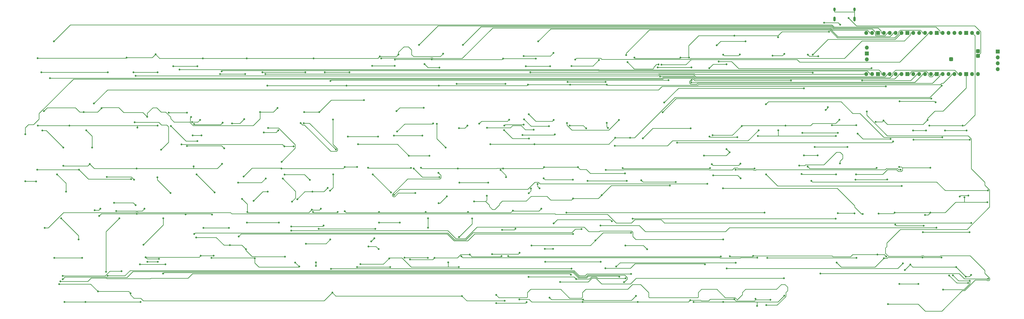
<source format=gbr>
%TF.GenerationSoftware,KiCad,Pcbnew,7.0.7*%
%TF.CreationDate,2024-02-20T17:11:51+02:00*%
%TF.ProjectId,keyboard,6b657962-6f61-4726-942e-6b696361645f,rev?*%
%TF.SameCoordinates,Original*%
%TF.FileFunction,Copper,L1,Top*%
%TF.FilePolarity,Positive*%
%FSLAX46Y46*%
G04 Gerber Fmt 4.6, Leading zero omitted, Abs format (unit mm)*
G04 Created by KiCad (PCBNEW 7.0.7) date 2024-02-20 17:11:51*
%MOMM*%
%LPD*%
G01*
G04 APERTURE LIST*
G04 Aperture macros list*
%AMRoundRect*
0 Rectangle with rounded corners*
0 $1 Rounding radius*
0 $2 $3 $4 $5 $6 $7 $8 $9 X,Y pos of 4 corners*
0 Add a 4 corners polygon primitive as box body*
4,1,4,$2,$3,$4,$5,$6,$7,$8,$9,$2,$3,0*
0 Add four circle primitives for the rounded corners*
1,1,$1+$1,$2,$3*
1,1,$1+$1,$4,$5*
1,1,$1+$1,$6,$7*
1,1,$1+$1,$8,$9*
0 Add four rect primitives between the rounded corners*
20,1,$1+$1,$2,$3,$4,$5,0*
20,1,$1+$1,$4,$5,$6,$7,0*
20,1,$1+$1,$6,$7,$8,$9,0*
20,1,$1+$1,$8,$9,$2,$3,0*%
G04 Aperture macros list end*
%TA.AperFunction,ComponentPad*%
%ADD10R,1.700000X1.700000*%
%TD*%
%TA.AperFunction,ComponentPad*%
%ADD11O,1.700000X1.700000*%
%TD*%
%TA.AperFunction,ComponentPad*%
%ADD12O,1.000000X1.600000*%
%TD*%
%TA.AperFunction,ComponentPad*%
%ADD13O,1.000000X2.100000*%
%TD*%
%TA.AperFunction,ComponentPad*%
%ADD14RoundRect,0.437500X0.437500X-0.437500X0.437500X0.437500X-0.437500X0.437500X-0.437500X-0.437500X0*%
%TD*%
%TA.AperFunction,ViaPad*%
%ADD15C,0.800000*%
%TD*%
%TA.AperFunction,Conductor*%
%ADD16C,0.250000*%
%TD*%
G04 APERTURE END LIST*
D10*
%TO.P,J1,1,Pin_1*%
%TO.N,GND*%
X452000000Y-34200000D03*
D11*
%TO.P,J1,2,Pin_2*%
%TO.N,+3V3*%
X452000000Y-36740000D03*
%TO.P,J1,3,Pin_3*%
%TO.N,SCL*%
X452000000Y-39280000D03*
%TO.P,J1,4,Pin_4*%
%TO.N,SDA*%
X452000000Y-41820000D03*
%TD*%
D12*
%TO.P,J4,S1,SHIELD*%
%TO.N,GND*%
X381510000Y-15950000D03*
D13*
X381510000Y-20130000D03*
D12*
X390150000Y-15950000D03*
D13*
X390150000Y-20130000D03*
%TD*%
D11*
%TO.P,U1,1,GPIO0*%
%TO.N,SDA*%
X443480000Y-43890000D03*
%TO.P,U1,2,GPIO1*%
%TO.N,SCL*%
X440940000Y-43890000D03*
D10*
%TO.P,U1,3,GND*%
%TO.N,GND*%
X438400000Y-43890000D03*
D11*
%TO.P,U1,4,GPIO2*%
%TO.N,1*%
X435860000Y-43890000D03*
%TO.P,U1,5,GPIO3*%
%TO.N,2*%
X433320000Y-43890000D03*
%TO.P,U1,6,GPIO4*%
%TO.N,3*%
X430780000Y-43890000D03*
%TO.P,U1,7,GPIO5*%
%TO.N,4*%
X428240000Y-43890000D03*
D10*
%TO.P,U1,8,GND*%
%TO.N,GND*%
X425700000Y-43890000D03*
D11*
%TO.P,U1,9,GPIO6*%
%TO.N,5*%
X423160000Y-43890000D03*
%TO.P,U1,10,GPIO7*%
%TO.N,6*%
X420620000Y-43890000D03*
%TO.P,U1,11,GPIO8*%
%TO.N,7*%
X418080000Y-43890000D03*
%TO.P,U1,12,GPIO9*%
%TO.N,8*%
X415540000Y-43890000D03*
D10*
%TO.P,U1,13,GND*%
%TO.N,GND*%
X413000000Y-43890000D03*
D11*
%TO.P,U1,14,GPIO10*%
%TO.N,A*%
X410460000Y-43890000D03*
%TO.P,U1,15,GPIO11*%
%TO.N,B*%
X407920000Y-43890000D03*
%TO.P,U1,16,GPIO12*%
%TO.N,C*%
X405380000Y-43890000D03*
%TO.P,U1,17,GPIO13*%
%TO.N,D*%
X402840000Y-43890000D03*
D10*
%TO.P,U1,18,GND*%
%TO.N,GND*%
X400300000Y-43890000D03*
D11*
%TO.P,U1,19,GPIO14*%
%TO.N,E*%
X397760000Y-43890000D03*
%TO.P,U1,20,GPIO15*%
%TO.N,F*%
X395220000Y-43890000D03*
%TO.P,U1,21,GPIO16*%
%TO.N,G*%
X395220000Y-26110000D03*
%TO.P,U1,22,GPIO17*%
%TO.N,H*%
X397760000Y-26110000D03*
D10*
%TO.P,U1,23,GND*%
%TO.N,GND*%
X400300000Y-26110000D03*
D11*
%TO.P,U1,24,GPIO18*%
%TO.N,I*%
X402840000Y-26110000D03*
%TO.P,U1,25,GPIO19*%
%TO.N,J*%
X405380000Y-26110000D03*
%TO.P,U1,26,GPIO20*%
%TO.N,K*%
X407920000Y-26110000D03*
%TO.P,U1,27,GPIO21*%
%TO.N,L*%
X410460000Y-26110000D03*
D10*
%TO.P,U1,28,GND*%
%TO.N,GND*%
X413000000Y-26110000D03*
D11*
%TO.P,U1,29,GPIO22*%
%TO.N,M*%
X415540000Y-26110000D03*
%TO.P,U1,30,RUN*%
%TO.N,unconnected-(U1-RUN-Pad30)*%
X418080000Y-26110000D03*
%TO.P,U1,31,GPIO26_ADC0*%
%TO.N,N*%
X420620000Y-26110000D03*
%TO.P,U1,32,GPIO27_ADC1*%
%TO.N,O*%
X423160000Y-26110000D03*
D10*
%TO.P,U1,33,AGND*%
%TO.N,unconnected-(U1-AGND-Pad33)*%
X425700000Y-26110000D03*
D11*
%TO.P,U1,34,GPIO28_ADC2*%
%TO.N,LED*%
X428240000Y-26110000D03*
%TO.P,U1,35,ADC_VREF*%
%TO.N,unconnected-(U1-ADC_VREF-Pad35)*%
X430780000Y-26110000D03*
%TO.P,U1,36,3V3*%
%TO.N,+3V3*%
X433320000Y-26110000D03*
%TO.P,U1,37,3V3_EN*%
%TO.N,unconnected-(U1-3V3_EN-Pad37)*%
X435860000Y-26110000D03*
D10*
%TO.P,U1,38,GND*%
%TO.N,GND*%
X438400000Y-26110000D03*
D11*
%TO.P,U1,39,VSYS*%
%TO.N,+5V*%
X440940000Y-26110000D03*
%TO.P,U1,40,VBUS*%
%TO.N,unconnected-(U1-VBUS-Pad40)*%
X443480000Y-26110000D03*
%TO.P,U1,41,SWCLK*%
%TO.N,unconnected-(U1-SWCLK-Pad41)*%
X395450000Y-37540000D03*
D10*
%TO.P,U1,42,GND*%
%TO.N,GND*%
X395450000Y-35000000D03*
D11*
%TO.P,U1,43,SWDIO*%
%TO.N,unconnected-(U1-SWDIO-Pad43)*%
X395450000Y-32460000D03*
D14*
%TO.P,U1,TP2,USB_DM*%
%TO.N,D-*%
X443475000Y-33984000D03*
%TO.P,U1,TP3,USB_DP*%
%TO.N,D+*%
X443475000Y-36016000D03*
%TO.P,U1,TP6*%
%TO.N,N/C*%
X431850000Y-37500000D03*
%TD*%
D15*
%TO.N,+5V*%
X379149000Y-25617900D03*
X112305000Y-123344000D03*
X150256000Y-127092000D03*
X314982000Y-36839500D03*
X238345000Y-37218400D03*
X148517000Y-125353000D03*
X348432000Y-70667200D03*
X319190000Y-141615000D03*
X207474000Y-37606000D03*
X112589000Y-104668000D03*
X338222000Y-141216000D03*
X141244000Y-68191000D03*
X283622000Y-67240200D03*
X432662000Y-130855000D03*
X245353000Y-141275000D03*
X152418000Y-60356700D03*
X427703000Y-123153000D03*
X390100000Y-104108000D03*
X382949000Y-104077000D03*
X237676000Y-122546000D03*
X191636000Y-37689400D03*
X134947000Y-69167000D03*
X131084000Y-123523000D03*
X223910000Y-121923000D03*
X252471000Y-37218400D03*
X55125500Y-85265700D03*
X357230000Y-68198700D03*
X56460400Y-123353000D03*
X295036000Y-36836000D03*
X428408000Y-137054000D03*
X439359000Y-96415900D03*
X210390000Y-86580000D03*
X93866200Y-60618700D03*
X63855500Y-105195000D03*
X178235000Y-55187400D03*
X382123000Y-70667200D03*
X158909000Y-60356700D03*
X338266000Y-27313400D03*
X296501000Y-142403000D03*
X419527000Y-123153000D03*
X435585000Y-96861000D03*
X44416400Y-123353000D03*
X200360000Y-95330000D03*
X402862000Y-123505000D03*
X249510000Y-71760000D03*
X357147000Y-28033000D03*
X318703000Y-36838300D03*
X208718000Y-123358000D03*
X198125000Y-124022000D03*
X439915000Y-133268000D03*
X347423000Y-141016000D03*
X37110900Y-85265700D03*
X77633800Y-89329800D03*
X422466000Y-66211000D03*
X101144000Y-104584000D03*
X382394000Y-125353000D03*
X272747000Y-142403000D03*
X283102000Y-65013500D03*
X238770000Y-68130000D03*
X353840000Y-141439000D03*
X101756000Y-60618700D03*
X436868000Y-66211000D03*
X80074700Y-104271000D03*
%TO.N,Net-(D16-A)*%
X288579000Y-131501000D03*
X368304000Y-50064300D03*
X307943000Y-56210500D03*
X91464100Y-130114000D03*
%TO.N,A*%
X42550700Y-45670600D03*
%TO.N,Net-(D25-A)*%
X210782000Y-41163500D03*
X204015000Y-58458100D03*
X204372000Y-39596100D03*
X192248000Y-59905400D03*
%TO.N,B*%
X403678000Y-49292100D03*
X61581600Y-56641300D03*
%TO.N,Net-(D14-K)*%
X425183000Y-56150900D03*
X397464000Y-41413000D03*
X331446000Y-38516000D03*
X409570000Y-55668000D03*
%TO.N,Net-(D16-K)*%
X377687000Y-59411300D03*
X378596000Y-58232100D03*
X370016000Y-35555200D03*
X372941000Y-75382700D03*
X387099000Y-75382700D03*
X374477000Y-36244600D03*
%TO.N,C*%
X79562400Y-44668700D03*
%TO.N,Net-(D17-K)*%
X48327100Y-75686200D03*
X39313800Y-68318600D03*
%TO.N,Net-(D18-K)*%
X60801400Y-75670000D03*
X58234100Y-68200100D03*
%TO.N,Net-(D19-K)*%
X79171700Y-64775300D03*
X90574300Y-76594000D03*
%TO.N,Net-(D20-K)*%
X94836800Y-66370500D03*
X106258000Y-72913700D03*
%TO.N,Net-(D21-K)*%
X101735000Y-75024800D03*
X104808000Y-65483200D03*
X117138000Y-64959900D03*
X117812000Y-75994500D03*
%TO.N,Net-(D22-K)*%
X142644000Y-81832400D03*
X136834000Y-67230700D03*
%TO.N,Net-(D23-K)*%
X152202000Y-65171900D03*
X166072000Y-76552600D03*
%TO.N,D*%
X98513000Y-41972000D03*
%TO.N,Net-(D26-K)*%
X213503000Y-75659200D03*
X209725000Y-65392000D03*
%TO.N,Net-(D27-K)*%
X247201000Y-65738300D03*
X238801000Y-66190200D03*
%TO.N,Net-(D28-K)*%
X247428000Y-63465100D03*
X258182000Y-66458600D03*
%TO.N,Net-(D29-K)*%
X267141000Y-66208300D03*
X274187000Y-67400700D03*
%TO.N,Net-(D31-K)*%
X338714000Y-85220000D03*
X410069000Y-85221200D03*
%TO.N,E*%
X116750000Y-42702100D03*
%TO.N,Net-(D32-K)*%
X351868000Y-56949000D03*
X428032000Y-71311200D03*
%TO.N,Net-(D33-K)*%
X447789000Y-94251900D03*
X371512000Y-90100000D03*
%TO.N,Net-(D14-A)*%
X290532000Y-133834000D03*
X48047600Y-132549000D03*
%TO.N,Net-(D38-K)*%
X49517700Y-94703000D03*
X45668600Y-87230700D03*
%TO.N,F*%
X135589000Y-43932700D03*
%TO.N,Net-(D40-K)*%
X94636500Y-95308300D03*
X88991800Y-88543000D03*
%TO.N,Net-(D41-K)*%
X105873000Y-87230400D03*
X113699000Y-95056100D03*
%TO.N,Net-(D43-K)*%
X143156000Y-89083700D03*
X147165000Y-99006500D03*
%TO.N,Net-(D44-K)*%
X164907000Y-87247000D03*
X163612000Y-94269400D03*
%TO.N,Net-(D45-K)*%
X189910000Y-95073500D03*
X182067000Y-87230400D03*
%TO.N,G*%
X309797000Y-46574400D03*
X163744000Y-46865900D03*
%TO.N,Net-(D46-K)*%
X199720000Y-84728900D03*
X210782000Y-88487800D03*
X214027000Y-96774100D03*
X210474000Y-99704700D03*
%TO.N,Net-(D48-K)*%
X239629000Y-88487800D03*
X250369000Y-93373400D03*
X249406000Y-95389600D03*
X237206000Y-85355800D03*
%TO.N,Net-(D49-K)*%
X254084000Y-93270800D03*
X253246000Y-91408800D03*
%TO.N,Net-(D52-K)*%
X393718000Y-104388000D03*
X333335000Y-93267100D03*
%TO.N,H*%
X185649000Y-37154400D03*
%TO.N,Net-(D53-K)*%
X351957000Y-87244200D03*
X410514000Y-92251700D03*
%TO.N,Net-(D54-K)*%
X369878000Y-83851500D03*
X399665000Y-84477400D03*
%TO.N,Net-(D59-K)*%
X47449500Y-106280000D03*
X54923100Y-115374000D03*
%TO.N,Net-(D60-K)*%
X72511500Y-106280000D03*
X66796400Y-129314000D03*
%TO.N,I*%
X202007000Y-31325000D03*
%TO.N,Net-(D61-K)*%
X82971700Y-117640000D03*
X91486700Y-106280000D03*
%TO.N,Net-(D65-K)*%
X166882000Y-103538000D03*
X156199000Y-103546000D03*
%TO.N,Net-(D66-K)*%
X181334000Y-116208000D03*
X182696000Y-114846000D03*
%TO.N,Net-(D67-K)*%
X205880000Y-106280000D03*
X205880000Y-110260000D03*
%TO.N,J*%
X220962000Y-31307400D03*
%TO.N,Net-(D68-K)*%
X219283000Y-114334000D03*
X224920000Y-106298000D03*
%TO.N,Net-(D69-K)*%
X237899000Y-111206000D03*
X243701000Y-110757000D03*
%TO.N,K*%
X253521000Y-29824100D03*
X251552000Y-67931300D03*
X231425000Y-67082900D03*
%TO.N,Net-(D76-K)*%
X89131900Y-125049000D03*
X84621800Y-125049000D03*
%TO.N,Net-(D15-A)*%
X293578000Y-130286000D03*
X67509700Y-131055000D03*
X330600000Y-31507200D03*
X343060000Y-29813500D03*
%TO.N,Net-(D31-A)*%
X327737000Y-84588300D03*
X272212000Y-110868000D03*
X289992000Y-84602700D03*
X104893000Y-113045000D03*
%TO.N,Net-(D32-A)*%
X348694000Y-68180400D03*
X286611000Y-74934800D03*
X268578000Y-113006000D03*
X124076000Y-114080000D03*
%TO.N,Net-(D33-A)*%
X146844000Y-111562000D03*
X333423000Y-115366000D03*
%TO.N,L*%
X250108000Y-43182000D03*
X372070000Y-43320800D03*
X372099000Y-35514400D03*
%TO.N,Net-(D34-A)*%
X380365000Y-66016100D03*
X282496000Y-127833000D03*
X325556000Y-126176000D03*
X390921000Y-66014500D03*
%TO.N,Net-(D83-K)*%
X220290000Y-122700000D03*
X348172000Y-123279000D03*
%TO.N,Net-(D35-A)*%
X406822000Y-73072800D03*
X313534000Y-73524800D03*
%TO.N,Net-(D101-A)*%
X235330000Y-139380000D03*
X352030000Y-143760000D03*
%TO.N,Net-(D102-A)*%
X262989000Y-133720000D03*
X359623000Y-132117000D03*
%TO.N,Net-(D103-A)*%
X404580000Y-143350000D03*
X395430000Y-60060000D03*
%TO.N,Net-(D104-A)*%
X415584000Y-72281800D03*
X439892000Y-72281800D03*
%TO.N,M*%
X269460000Y-37641600D03*
%TO.N,Net-(D52-A)*%
X183102000Y-110835000D03*
X191191000Y-96180200D03*
X158617000Y-110835000D03*
X326546000Y-91372200D03*
%TO.N,Net-(D53-A)*%
X267847000Y-128037000D03*
X346998000Y-84747600D03*
X163968000Y-128080000D03*
X282656000Y-85329600D03*
%TO.N,Net-(D54-A)*%
X351293000Y-103803000D03*
X265705000Y-103803000D03*
%TO.N,Net-(D85-K)*%
X259918000Y-119420000D03*
X256402000Y-119420000D03*
%TO.N,N*%
X291465000Y-35693900D03*
%TO.N,Net-(D86-K)*%
X291158000Y-118020000D03*
X300585000Y-119628000D03*
%TO.N,Net-(D87-K)*%
X352422000Y-123331000D03*
X391017000Y-123331000D03*
%TO.N,O*%
X306699000Y-39846500D03*
%TO.N,Net-(D100-A)*%
X240522000Y-122546000D03*
X332436000Y-122733000D03*
%TO.N,Net-(D100-K)*%
X411033000Y-125753000D03*
X334976000Y-127954000D03*
%TO.N,Net-(D102-K)*%
X447856000Y-132418000D03*
X375396000Y-130128000D03*
%TO.N,GND*%
X320604000Y-142381000D03*
X184739000Y-103541000D03*
X270632000Y-84181900D03*
X107400000Y-63702200D03*
X256046000Y-84181900D03*
X346384000Y-122531000D03*
X127621000Y-37131300D03*
X189100000Y-123563000D03*
X260110000Y-34820000D03*
X400078000Y-121861000D03*
X37289300Y-37101900D03*
X88190000Y-35414200D03*
X223210000Y-103538000D03*
X71196100Y-103065000D03*
X103971000Y-64680800D03*
X340610000Y-35421200D03*
X222890000Y-66190200D03*
X403835000Y-122717000D03*
X434078000Y-127313000D03*
X155655000Y-102546000D03*
X440556000Y-130687000D03*
X198500000Y-84470000D03*
X202894000Y-84358600D03*
X219308000Y-67297500D03*
X340860000Y-82610000D03*
X208110000Y-65250000D03*
X383610000Y-63668100D03*
X288410000Y-63710000D03*
X328805000Y-70366400D03*
X116918000Y-82716400D03*
X214652000Y-125330000D03*
X279730000Y-37837900D03*
X400590000Y-104228000D03*
X107696000Y-122445000D03*
X157506000Y-126809000D03*
X126250000Y-88180000D03*
X399292000Y-64551900D03*
X366290000Y-83470000D03*
X175235000Y-84061600D03*
X80000300Y-84746000D03*
X142586000Y-84726900D03*
X125535000Y-97862600D03*
X150910000Y-65090000D03*
X422914000Y-84403900D03*
X336316000Y-122703000D03*
X272868000Y-141336000D03*
X437656000Y-97142800D03*
X333419000Y-142381000D03*
X164870000Y-63530000D03*
X193133000Y-35441800D03*
X219173000Y-127301000D03*
X233609000Y-121702000D03*
X126470000Y-63420000D03*
X295700000Y-139730000D03*
X121240000Y-65280000D03*
X212450000Y-35160000D03*
X75660600Y-36787800D03*
X411884000Y-128584000D03*
X50985800Y-66190200D03*
X267848000Y-40413900D03*
X235337000Y-142867000D03*
X447557000Y-99270400D03*
X176676000Y-126052000D03*
X407497000Y-103774000D03*
X83369500Y-102115000D03*
X242535000Y-102912000D03*
X89681600Y-123764000D03*
X204853000Y-103532000D03*
X185045000Y-36285900D03*
X89093600Y-66190200D03*
X354777000Y-35976900D03*
X108582000Y-37131300D03*
X169955000Y-84061600D03*
X265900000Y-65110000D03*
X328470000Y-82830000D03*
X438219000Y-131453000D03*
X359803000Y-35179600D03*
X48875600Y-142385000D03*
X422897000Y-103774000D03*
X258389000Y-140524000D03*
X59763000Y-82764000D03*
X37316100Y-66190200D03*
X227980000Y-65350000D03*
X348091000Y-144088000D03*
X240940000Y-63610000D03*
X113319000Y-122445000D03*
X421705000Y-63722000D03*
X254820000Y-102115000D03*
X291006000Y-86889500D03*
X249420000Y-61320000D03*
X159570000Y-102115000D03*
X420645000Y-104763000D03*
X402663000Y-64019500D03*
X360371000Y-66189700D03*
X409432000Y-84044000D03*
X390851000Y-87231200D03*
X248495000Y-142474000D03*
X104650000Y-83810000D03*
X292060000Y-38760000D03*
X218763000Y-84726900D03*
X245433000Y-121172000D03*
X333419000Y-35512800D03*
X127843000Y-103526000D03*
X180020000Y-84380000D03*
X157506000Y-125330000D03*
X238295000Y-84738200D03*
X383840000Y-82570000D03*
X359785000Y-139680000D03*
X57917400Y-142385000D03*
X81734300Y-142385000D03*
X64319500Y-102115000D03*
X48336800Y-83509000D03*
X414227000Y-126242000D03*
X80313400Y-67076300D03*
X341447000Y-66319300D03*
X192530000Y-68770000D03*
X61857100Y-102746000D03*
X156444000Y-37131300D03*
X83883100Y-123076000D03*
X247250000Y-36150000D03*
X169884000Y-103151000D03*
X305440000Y-39780000D03*
X260150000Y-63740000D03*
%TO.N,1*%
X306151000Y-44943600D03*
%TO.N,2*%
X84612800Y-62413700D03*
X103552000Y-62469100D03*
X267254000Y-48455200D03*
X140855000Y-58575200D03*
X210569000Y-48880900D03*
X133344000Y-60356700D03*
X57166600Y-60356700D03*
X39990000Y-59889600D03*
X249093000Y-48455200D03*
X136494000Y-48880900D03*
X283124000Y-48455200D03*
X64844000Y-58679600D03*
X170722000Y-48880900D03*
%TO.N,3*%
X251879000Y-74246200D03*
X147789000Y-75135600D03*
X286780000Y-71478500D03*
X206517000Y-79207600D03*
X232829000Y-74246200D03*
X427808000Y-48932200D03*
X175679000Y-74246200D03*
X143862000Y-75135600D03*
X99427100Y-74297900D03*
X293220000Y-71478500D03*
X197647000Y-79207600D03*
%TO.N,4*%
X268563000Y-97672700D03*
X130591000Y-98668400D03*
X70266800Y-99531000D03*
X225836000Y-98919000D03*
X136658000Y-94748000D03*
X231340000Y-96490000D03*
X79556900Y-100541000D03*
X310378000Y-92114100D03*
X280934000Y-96254600D03*
X162593000Y-93098900D03*
X149421000Y-97983600D03*
X319758000Y-46448000D03*
X155979000Y-94748000D03*
%TO.N,5*%
X105740000Y-114500000D03*
X278198000Y-115827000D03*
X423329000Y-54487200D03*
X293580000Y-112487000D03*
X163694000Y-115417000D03*
X184571000Y-119567000D03*
X250605000Y-117967000D03*
X120293000Y-117838000D03*
X180150000Y-118413000D03*
X144077000Y-122860000D03*
X307211000Y-60409100D03*
X127259000Y-119592000D03*
X153160000Y-117272000D03*
%TO.N,6*%
X220589000Y-139810000D03*
X291269000Y-132179000D03*
X77398000Y-138648000D03*
X46552500Y-134658000D03*
X269883000Y-132499000D03*
X164565000Y-138362000D03*
X319608000Y-47465300D03*
X239017000Y-141877000D03*
X63301400Y-137848000D03*
X249316000Y-131578000D03*
%TO.N,7*%
X393466000Y-46738300D03*
X325120000Y-79171900D03*
X368276000Y-79074800D03*
X334839000Y-76368300D03*
X374249000Y-79074800D03*
X336178000Y-77737300D03*
X327415000Y-41378500D03*
X334849000Y-39698800D03*
%TO.N,8*%
X409530000Y-134600000D03*
X439822000Y-112243000D03*
X417779000Y-134600000D03*
X419647000Y-112243000D03*
%TO.N,Net-(L1-DOUT)*%
X67553200Y-43178200D03*
X38893700Y-43178200D03*
%TO.N,Net-(J4-CC1)*%
X383969000Y-22572400D03*
X376994000Y-21720100D03*
%TO.N,D+*%
X387570000Y-19690000D03*
%TO.N,LED*%
X44243600Y-29781500D03*
%TO.N,Net-(L2-DOUT)*%
X89056000Y-43197300D03*
X78623800Y-43197300D03*
%TO.N,Net-(L3-DOUT)*%
X95852700Y-40558100D03*
X106267000Y-40558100D03*
%TO.N,Net-(L4-DOUT)*%
X126889000Y-43885600D03*
X116089000Y-43885600D03*
%TO.N,Net-(L5-DOUT)*%
X134388000Y-43184200D03*
X152921000Y-43184200D03*
%TO.N,Net-(L6-DOUT)*%
X171982000Y-43173300D03*
X161313000Y-43173300D03*
%TO.N,Net-(L7-DOUT)*%
X181737000Y-40379600D03*
X191477000Y-40379600D03*
%TO.N,Net-(L10-DIN)*%
X218277000Y-48153900D03*
X239318000Y-48153900D03*
%TO.N,Net-(L10-DOUT)*%
X248112000Y-40560000D03*
X258624000Y-40560000D03*
%TO.N,Net-(L11-DOUT)*%
X266198000Y-47340900D03*
X282640000Y-47340900D03*
%TO.N,Net-(L13-DOUT)*%
X319727000Y-41048700D03*
X305150000Y-41048700D03*
%TO.N,Net-(L16-DOUT)*%
X31925000Y-69947700D03*
X362710000Y-46738300D03*
%TO.N,Net-(L20-DOUT)*%
X107989000Y-70385500D03*
X104241000Y-70385500D03*
%TO.N,Net-(L24-DOUT)*%
X184313000Y-70911800D03*
X171255000Y-70911800D03*
%TO.N,Net-(L25-DOUT)*%
X203478000Y-70543300D03*
X191138000Y-70543300D03*
%TO.N,Net-(L28-DOUT)*%
X260671000Y-70024900D03*
X246686000Y-70273400D03*
%TO.N,Net-(L30-DOUT)*%
X298740000Y-71666200D03*
X319358000Y-67412700D03*
%TO.N,Net-(L31-DOUT)*%
X327520000Y-70898800D03*
X339494000Y-71163500D03*
%TO.N,Net-(L33-DOUT)*%
X382904000Y-69316200D03*
X367597000Y-69316200D03*
%TO.N,Net-(L34-DOUT)*%
X391457000Y-69650400D03*
X405742000Y-71968200D03*
%TO.N,Net-(L35-DOUT)*%
X421079000Y-68279000D03*
X415413000Y-68279000D03*
%TO.N,Net-(L36-DOUT)*%
X429226000Y-68327600D03*
X438571000Y-68327600D03*
%TO.N,Net-(L37-DOUT)*%
X36600000Y-90320000D03*
X31930000Y-90250000D03*
%TO.N,Net-(L39-DOUT)*%
X67134800Y-88400800D03*
X78896100Y-89538400D03*
%TO.N,Net-(L42-DOUT)*%
X135779000Y-89013700D03*
X123886000Y-90829700D03*
%TO.N,Net-(L43-DOUT)*%
X154864000Y-89658400D03*
X143891000Y-87321200D03*
%TO.N,Net-(L47-DOUT)*%
X219417000Y-90829700D03*
X231893000Y-90829700D03*
%TO.N,Net-(L49-DOUT)*%
X255845000Y-89004800D03*
X268506000Y-89524100D03*
%TO.N,Net-(L50-DOUT)*%
X291784000Y-90058900D03*
X274856000Y-90058900D03*
%TO.N,Net-(L51-DOUT)*%
X298014000Y-89850800D03*
X312896000Y-90600900D03*
%TO.N,Net-(L52-DOUT)*%
X329070000Y-87661700D03*
X340978000Y-88999900D03*
%TO.N,Net-(L54-DOUT)*%
X382161000Y-87310900D03*
X367240000Y-87092300D03*
%TO.N,Net-(L55-DOUT)*%
X390573000Y-89551800D03*
X404290000Y-89499400D03*
%TO.N,Net-(L58-DOUT)*%
X440578000Y-108243000D03*
X40297600Y-110421000D03*
%TO.N,Net-(L62-DOUT)*%
X108911000Y-110368000D03*
X119853000Y-110368000D03*
%TO.N,Net-(L63-DOUT)*%
X141436000Y-108069000D03*
X127689000Y-108069000D03*
%TO.N,Net-(L64-DOUT)*%
X160793000Y-109369000D03*
X146842000Y-109783000D03*
%TO.N,Net-(L66-DOUT)*%
X184762000Y-108124000D03*
X193687000Y-108124000D03*
%TO.N,Net-(L70-DOUT)*%
X285292000Y-107522000D03*
X260164000Y-108440000D03*
%TO.N,Net-(L71-DOUT)*%
X294266000Y-106376000D03*
X382040000Y-106376000D03*
%TO.N,Net-(L73-DOUT)*%
X407770000Y-108979000D03*
X420005000Y-109475000D03*
%TO.N,Net-(L74-DOUT)*%
X267624000Y-130590000D03*
X47045100Y-133500000D03*
X280368000Y-109408000D03*
X425509000Y-110334000D03*
%TO.N,Net-(L75-DOUT)*%
X48086000Y-131119000D03*
X73516000Y-129133000D03*
%TO.N,Net-(L76-DOUT)*%
X81434400Y-126094000D03*
X92416900Y-126094000D03*
%TO.N,Net-(L81-DOUT)*%
X175239000Y-127287000D03*
X189548000Y-127287000D03*
%TO.N,Net-(L82-DOUT)*%
X205780000Y-123383000D03*
X195707000Y-123252000D03*
%TO.N,Net-(L85-DOUT)*%
X280482000Y-125054000D03*
X256494000Y-125054000D03*
%TO.N,Net-(L86-DOUT)*%
X287192000Y-127106000D03*
X338788000Y-125447000D03*
%TO.N,Net-(L90-DOUT)*%
X431064000Y-130944000D03*
X439277000Y-134217000D03*
%TD*%
D16*
%TO.N,Net-(D103-A)*%
X417688000Y-143350000D02*
X404580000Y-143350000D01*
X420685989Y-146347989D02*
X417688000Y-143350000D01*
X427889880Y-146347989D02*
X420685989Y-146347989D01*
X442319000Y-132868000D02*
X437683000Y-137504000D01*
X447281000Y-132868000D02*
X442319000Y-132868000D01*
X447556000Y-133144000D02*
X447281000Y-132868000D01*
X448156000Y-133144000D02*
X447556000Y-133144000D01*
X446475000Y-130012000D02*
X448581000Y-132118000D01*
X446475000Y-128791000D02*
X446475000Y-130012000D01*
X440111000Y-122428000D02*
X446475000Y-128791000D01*
X427403000Y-122428000D02*
X440111000Y-122428000D01*
X427128000Y-122703000D02*
X427403000Y-122428000D01*
X420103000Y-122703000D02*
X427128000Y-122703000D01*
X419828000Y-122428000D02*
X420103000Y-122703000D01*
X419227000Y-122428000D02*
X419828000Y-122428000D01*
X436733869Y-137504000D02*
X427889880Y-146347989D01*
X418952000Y-122703000D02*
X419227000Y-122428000D01*
X404846000Y-122703000D02*
X418952000Y-122703000D01*
X448581000Y-132719000D02*
X448156000Y-133144000D01*
X437683000Y-137504000D02*
X436733869Y-137504000D01*
X403555000Y-121411000D02*
X404846000Y-122703000D01*
X404090000Y-118497000D02*
X403555000Y-119033000D01*
X404090000Y-116923000D02*
X404090000Y-118497000D01*
X409954000Y-111059000D02*
X404090000Y-116923000D01*
X403555000Y-119033000D02*
X403555000Y-121411000D01*
X438787000Y-111059000D02*
X409954000Y-111059000D01*
X448514000Y-101332000D02*
X438787000Y-111059000D01*
X448514000Y-93951600D02*
X448514000Y-101332000D01*
X440617000Y-71981500D02*
X440617000Y-84833400D01*
X446475000Y-90691200D02*
X446475000Y-91912200D01*
X404301000Y-70586200D02*
X439222000Y-70586200D01*
X395450000Y-61735200D02*
X404301000Y-70586200D01*
X446475000Y-91912200D02*
X448514000Y-93951600D01*
X439222000Y-70586200D02*
X440617000Y-71981500D01*
X395450000Y-60080000D02*
X395450000Y-61735200D01*
X448581000Y-132118000D02*
X448581000Y-132719000D01*
X395430000Y-60060000D02*
X395450000Y-60080000D01*
X440617000Y-84833400D02*
X446475000Y-90691200D01*
%TO.N,+5V*%
X440940000Y-26110000D02*
X442190000Y-27360000D01*
X200360000Y-95330000D02*
X193066000Y-95330000D01*
X207945000Y-124131000D02*
X198234000Y-124131000D01*
X404505000Y-123153000D02*
X404153000Y-123505000D01*
X338266000Y-27313400D02*
X322862000Y-27313400D01*
X211507000Y-88788100D02*
X211507000Y-87697200D01*
X404153000Y-123505000D02*
X402862000Y-123505000D01*
X132842000Y-127315000D02*
X131084000Y-125558000D01*
X250677000Y-142403000D02*
X272747000Y-142403000D01*
X314983000Y-36838300D02*
X314982000Y-36839500D01*
X223910000Y-121923000D02*
X220039000Y-121923000D01*
X402862000Y-123505000D02*
X399022000Y-127344000D01*
X237940000Y-37624000D02*
X238345000Y-37218400D01*
X327134000Y-141903000D02*
X323996000Y-141903000D01*
X218604000Y-123358000D02*
X208718000Y-123358000D01*
X164078000Y-55187400D02*
X178235000Y-55187400D01*
X101144000Y-104584000D02*
X101457000Y-104271000D01*
X59189600Y-89329800D02*
X77633800Y-89329800D01*
X211507000Y-87697200D02*
X210390000Y-86580000D01*
X399022000Y-127344000D02*
X384385000Y-127344000D01*
X198234000Y-124131000D02*
X198125000Y-124022000D01*
X283102000Y-66720300D02*
X283622000Y-67240200D01*
X382123000Y-70667200D02*
X357230000Y-70667200D01*
X437497000Y-137054000D02*
X428408000Y-137054000D01*
X319190000Y-141615000D02*
X318403000Y-142403000D01*
X249510000Y-71760000D02*
X242400000Y-71760000D01*
X440270000Y-63571200D02*
X440270000Y-63617800D01*
X322862000Y-27313400D02*
X318506000Y-31669500D01*
X295336000Y-37136200D02*
X314685000Y-37136200D01*
X207474000Y-37606000D02*
X191720000Y-37606000D01*
X237393000Y-122829000D02*
X237676000Y-122546000D01*
X64779700Y-104271000D02*
X80074700Y-104271000D01*
X112305000Y-123344000D02*
X130906000Y-123344000D01*
X357230000Y-70667200D02*
X348432000Y-70667200D01*
X390100000Y-104108000D02*
X390069000Y-104077000D01*
X295036000Y-36836000D02*
X295336000Y-37136200D01*
X283102000Y-65013500D02*
X283102000Y-66720300D01*
X296501000Y-142403000D02*
X272747000Y-142403000D01*
X338222000Y-141216000D02*
X327822000Y-141216000D01*
X318506000Y-31669500D02*
X318506000Y-36641300D01*
X384385000Y-127344000D02*
X382394000Y-125353000D01*
X249550000Y-141275000D02*
X250677000Y-142403000D01*
X63855500Y-105195000D02*
X64779700Y-104271000D01*
X224816000Y-122829000D02*
X237393000Y-122829000D01*
X131084000Y-125558000D02*
X131084000Y-123523000D01*
X323996000Y-141903000D02*
X323708000Y-141615000D01*
X93866200Y-60618700D02*
X101756000Y-60618700D01*
X207492000Y-37624000D02*
X237940000Y-37624000D01*
X440270000Y-63617800D02*
X437677000Y-66211000D01*
X442190000Y-61651200D02*
X440270000Y-63571200D01*
X242400000Y-71760000D02*
X238770000Y-68130000D01*
X318506000Y-36641300D02*
X318703000Y-36838300D01*
X437677000Y-66211000D02*
X436868000Y-66211000D01*
X193066000Y-95330000D02*
X191491000Y-96905200D01*
X55125500Y-85265700D02*
X59189600Y-89329800D01*
X191491000Y-96905200D02*
X190891000Y-96905200D01*
X357147000Y-27313400D02*
X338266000Y-27313400D01*
X318703000Y-36838300D02*
X314983000Y-36838300D01*
X190466000Y-95879900D02*
X197133000Y-89212800D01*
X55125500Y-85265700D02*
X37110900Y-85265700D01*
X390069000Y-104077000D02*
X382949000Y-104077000D01*
X436868000Y-66211000D02*
X422466000Y-66211000D01*
X314685000Y-37136200D02*
X314982000Y-36839500D01*
X112192000Y-104271000D02*
X112589000Y-104668000D01*
X211083000Y-89212800D02*
X211507000Y-88788100D01*
X346932000Y-141930000D02*
X338936000Y-141930000D01*
X190891000Y-96905200D02*
X190466000Y-96480500D01*
X357230000Y-68198700D02*
X357230000Y-70667200D01*
X419527000Y-123153000D02*
X404505000Y-123153000D01*
X220039000Y-121923000D02*
X218604000Y-123358000D01*
X130906000Y-123344000D02*
X131084000Y-123523000D01*
X150256000Y-127092000D02*
X150034000Y-127315000D01*
X347423000Y-141439000D02*
X347423000Y-141016000D01*
X252471000Y-37218400D02*
X238345000Y-37218400D01*
X197133000Y-89212800D02*
X211083000Y-89212800D01*
X158909000Y-60356700D02*
X164078000Y-55187400D01*
X223910000Y-121923000D02*
X224816000Y-122829000D01*
X432662000Y-130855000D02*
X435074000Y-133268000D01*
X347423000Y-141439000D02*
X353840000Y-141439000D01*
X208718000Y-123358000D02*
X207945000Y-124131000D01*
X150256000Y-127092000D02*
X148517000Y-125353000D01*
X327822000Y-141216000D02*
X327134000Y-141903000D01*
X190466000Y-96480500D02*
X190466000Y-95879900D01*
X245353000Y-141275000D02*
X249550000Y-141275000D01*
X347423000Y-141439000D02*
X346932000Y-141930000D01*
X80074700Y-104271000D02*
X100832000Y-104271000D01*
X440004000Y-133357000D02*
X440004000Y-134547000D01*
X152418000Y-60356700D02*
X158909000Y-60356700D01*
X439359000Y-96415900D02*
X436030000Y-96415900D01*
X357147000Y-27313400D02*
X357147000Y-28033000D01*
X439915000Y-133268000D02*
X440004000Y-133357000D01*
X318403000Y-142403000D02*
X296501000Y-142403000D01*
X150034000Y-127315000D02*
X132842000Y-127315000D01*
X435074000Y-133268000D02*
X439915000Y-133268000D01*
X379149000Y-25617900D02*
X358842000Y-25617900D01*
X191720000Y-37606000D02*
X191636000Y-37689400D01*
X323708000Y-141615000D02*
X319190000Y-141615000D01*
X44416400Y-123353000D02*
X56460400Y-123353000D01*
X358842000Y-25617900D02*
X357147000Y-27313400D01*
X338936000Y-141930000D02*
X338222000Y-141216000D01*
X442190000Y-27360000D02*
X442190000Y-61651200D01*
X436030000Y-96415900D02*
X435585000Y-96861000D01*
X100832000Y-104271000D02*
X101144000Y-104584000D01*
X140268000Y-69167000D02*
X141244000Y-68191000D01*
X101457000Y-104271000D02*
X112192000Y-104271000D01*
X419527000Y-123153000D02*
X427703000Y-123153000D01*
X440004000Y-134547000D02*
X437497000Y-137054000D01*
X207474000Y-37606000D02*
X207492000Y-37624000D01*
X134947000Y-69167000D02*
X140268000Y-69167000D01*
%TO.N,Net-(D16-A)*%
X314089000Y-50064300D02*
X368304000Y-50064300D01*
X288579000Y-131501000D02*
X288292000Y-131214000D01*
X268625000Y-129711000D02*
X91867500Y-129711000D01*
X91867500Y-129711000D02*
X91464100Y-130114000D01*
X288292000Y-131214000D02*
X275148000Y-131214000D01*
X270882000Y-131968000D02*
X268625000Y-129711000D01*
X274394000Y-131968000D02*
X270882000Y-131968000D01*
X275148000Y-131214000D02*
X274394000Y-131968000D01*
X307943000Y-56210500D02*
X314089000Y-50064300D01*
%TO.N,A*%
X307517000Y-45268400D02*
X307115000Y-45670600D01*
X320442000Y-45268400D02*
X307517000Y-45268400D01*
X407526000Y-46011400D02*
X321185000Y-46011400D01*
X307115000Y-45670600D02*
X42550700Y-45670600D01*
X409283000Y-43890000D02*
X409283000Y-44254800D01*
X409283000Y-44254800D02*
X407526000Y-46011400D01*
X410460000Y-43890000D02*
X409283000Y-43890000D01*
X321185000Y-46011400D02*
X320442000Y-45268400D01*
%TO.N,Net-(D25-A)*%
X192248000Y-59905400D02*
X193695000Y-58458100D01*
X193695000Y-58458100D02*
X204015000Y-58458100D01*
X205940000Y-41163500D02*
X210782000Y-41163500D01*
X204372000Y-39596100D02*
X205940000Y-41163500D01*
%TO.N,B*%
X61581600Y-56641300D02*
X67456600Y-50766300D01*
X305487000Y-50766300D02*
X306962000Y-49292100D01*
X67456600Y-50766300D02*
X305487000Y-50766300D01*
X306962000Y-49292100D02*
X403678000Y-49292100D01*
%TO.N,Net-(D14-K)*%
X397299000Y-41578000D02*
X397464000Y-41413000D01*
X425183000Y-56150900D02*
X424700000Y-55668000D01*
X337068000Y-38516000D02*
X340130000Y-41578000D01*
X340130000Y-41578000D02*
X397299000Y-41578000D01*
X331446000Y-38516000D02*
X337068000Y-38516000D01*
X424700000Y-55668000D02*
X409570000Y-55668000D01*
%TO.N,Net-(D16-K)*%
X370705000Y-36244600D02*
X374477000Y-36244600D01*
X378596000Y-58502500D02*
X377687000Y-59411300D01*
X372941000Y-75382700D02*
X387099000Y-75382700D01*
X370016000Y-35555200D02*
X370705000Y-36244600D01*
X378596000Y-58232100D02*
X378596000Y-58502500D01*
%TO.N,C*%
X404203000Y-43890000D02*
X404203000Y-44257800D01*
X405380000Y-43890000D02*
X404203000Y-43890000D01*
X321533000Y-45081200D02*
X320668000Y-44216700D01*
X305398000Y-44668700D02*
X79562400Y-44668700D01*
X305850000Y-44216700D02*
X305398000Y-44668600D01*
X404203000Y-44257800D02*
X403380000Y-45081200D01*
X403380000Y-45081200D02*
X321533000Y-45081200D01*
X305398000Y-44668600D02*
X305398000Y-44668700D01*
X320668000Y-44216700D02*
X305850000Y-44216700D01*
%TO.N,Net-(D17-K)*%
X48327100Y-75686200D02*
X40959500Y-68318600D01*
X40959500Y-68318600D02*
X39313800Y-68318600D01*
%TO.N,Net-(D18-K)*%
X60801400Y-70767400D02*
X58234100Y-68200100D01*
X60801400Y-75670000D02*
X60801400Y-70767400D01*
%TO.N,Net-(D19-K)*%
X90746800Y-65910600D02*
X93038300Y-65910600D01*
X79171700Y-64775300D02*
X89611500Y-64775300D01*
X89611500Y-64775300D02*
X90746800Y-65910600D01*
X93803900Y-66676200D02*
X93803900Y-73364400D01*
X93038300Y-65910600D02*
X93803900Y-66676200D01*
X93803900Y-73364400D02*
X90574300Y-76594000D01*
%TO.N,Net-(D20-K)*%
X101380000Y-72913700D02*
X94836800Y-66370500D01*
X106258000Y-72913700D02*
X101380000Y-72913700D01*
%TO.N,Net-(D21-K)*%
X116733000Y-74915500D02*
X117812000Y-75994500D01*
X105056000Y-65730600D02*
X104808000Y-65483200D01*
X117138000Y-64959900D02*
X116367000Y-65730600D01*
X101844000Y-74915500D02*
X116733000Y-74915500D01*
X101735000Y-75024800D02*
X101844000Y-74915500D01*
X116367000Y-65730600D02*
X105056000Y-65730600D01*
%TO.N,Net-(D22-K)*%
X141312000Y-67230700D02*
X136834000Y-67230700D01*
X148527000Y-74445100D02*
X141312000Y-67230700D01*
X148527000Y-75950200D02*
X148527000Y-74445100D01*
X142644000Y-81832400D02*
X148527000Y-75950200D01*
%TO.N,Net-(D23-K)*%
X166072000Y-76552600D02*
X154692000Y-65171900D01*
X154692000Y-65171900D02*
X152202000Y-65171900D01*
%TO.N,D*%
X401663000Y-43890000D02*
X401663000Y-43080900D01*
X402840000Y-43890000D02*
X401663000Y-43890000D01*
X279640000Y-41972000D02*
X98513000Y-41972000D01*
X400724000Y-42142000D02*
X279810000Y-42142000D01*
X401663000Y-43080900D02*
X400724000Y-42142000D01*
X279810000Y-42142000D02*
X279640000Y-41972000D01*
%TO.N,Net-(D26-K)*%
X213503000Y-75659200D02*
X209725000Y-71881900D01*
X209725000Y-71881900D02*
X209725000Y-65392000D01*
%TO.N,Net-(D27-K)*%
X239252000Y-65738300D02*
X238801000Y-66190200D01*
X247201000Y-65738300D02*
X239252000Y-65738300D01*
%TO.N,Net-(D28-K)*%
X258182000Y-66458600D02*
X250421000Y-66458600D01*
X250421000Y-66458600D02*
X247428000Y-63465100D01*
%TO.N,Net-(D29-K)*%
X267141000Y-66208300D02*
X272995000Y-66208300D01*
X272995000Y-66208300D02*
X274187000Y-67400700D01*
%TO.N,Net-(D31-K)*%
X347634000Y-85221200D02*
X347340000Y-85515500D01*
X409226000Y-85221200D02*
X408774000Y-84769300D01*
X346738000Y-85515500D02*
X346442000Y-85220000D01*
X408774000Y-84769300D02*
X403916000Y-84769300D01*
X347340000Y-85515500D02*
X346738000Y-85515500D01*
X403465000Y-85221200D02*
X347634000Y-85221200D01*
X410069000Y-85221200D02*
X409226000Y-85221200D01*
X346442000Y-85220000D02*
X338714000Y-85220000D01*
X403916000Y-84769300D02*
X403465000Y-85221200D01*
%TO.N,E*%
X396583000Y-43890000D02*
X396583000Y-43522200D01*
X279460000Y-42431300D02*
X117021000Y-42431300D01*
X397760000Y-43890000D02*
X396583000Y-43890000D01*
X396583000Y-43522200D02*
X395655000Y-42593900D01*
X395655000Y-42593900D02*
X279622000Y-42593900D01*
X279622000Y-42593900D02*
X279460000Y-42431300D01*
X117021000Y-42431300D02*
X116750000Y-42702100D01*
%TO.N,Net-(D32-K)*%
X392547000Y-60914200D02*
X402874000Y-71241300D01*
X389412000Y-60914200D02*
X392547000Y-60914200D01*
X427962000Y-71241300D02*
X428032000Y-71311200D01*
X351868000Y-56949000D02*
X352951000Y-55865700D01*
X352951000Y-55865700D02*
X384363000Y-55865700D01*
X402874000Y-71241300D02*
X427962000Y-71241300D01*
X384363000Y-55865700D02*
X389412000Y-60914200D01*
%TO.N,Net-(D33-K)*%
X371957000Y-90545000D02*
X425606000Y-90545000D01*
X429313000Y-94251900D02*
X447789000Y-94251900D01*
X371512000Y-90100000D02*
X371957000Y-90545000D01*
X425606000Y-90545000D02*
X429313000Y-94251900D01*
%TO.N,Net-(D14-A)*%
X292003000Y-131872000D02*
X290883000Y-130752000D01*
X75839700Y-131835000D02*
X67261100Y-131835000D01*
X290683000Y-133834000D02*
X292003000Y-132513000D01*
X67044100Y-131618000D02*
X48979000Y-131618000D01*
X78415600Y-129259000D02*
X75839700Y-131835000D01*
X292003000Y-132513000D02*
X292003000Y-131872000D01*
X290883000Y-130752000D02*
X274971000Y-130752000D01*
X290532000Y-133834000D02*
X290683000Y-133834000D01*
X48979000Y-131618000D02*
X48047600Y-132549000D01*
X274206000Y-131516000D02*
X271069000Y-131516000D01*
X268812000Y-129259000D02*
X78415600Y-129259000D01*
X67261100Y-131835000D02*
X67044100Y-131618000D01*
X274971000Y-130752000D02*
X274206000Y-131516000D01*
X271069000Y-131516000D02*
X268812000Y-129259000D01*
%TO.N,Net-(D38-K)*%
X45668600Y-87230700D02*
X49517700Y-91079800D01*
X49517700Y-91079800D02*
X49517700Y-94703000D01*
%TO.N,F*%
X305663000Y-43764800D02*
X305495000Y-43932700D01*
X305495000Y-43932700D02*
X135589000Y-43932700D01*
X394043000Y-43890000D02*
X393885000Y-44047700D01*
X393885000Y-44047700D02*
X321138000Y-44047700D01*
X395220000Y-43890000D02*
X394043000Y-43890000D01*
X321138000Y-44047700D02*
X320855000Y-43764800D01*
X320855000Y-43764800D02*
X305663000Y-43764800D01*
%TO.N,Net-(D40-K)*%
X88991800Y-89663600D02*
X88991800Y-88543000D01*
X94636500Y-95308300D02*
X88991800Y-89663600D01*
%TO.N,Net-(D41-K)*%
X113699000Y-95056100D02*
X105873000Y-87230400D01*
%TO.N,Net-(D43-K)*%
X148707000Y-94634600D02*
X143156000Y-89083700D01*
X148707000Y-97464200D02*
X148707000Y-94634600D01*
X147165000Y-99006500D02*
X148707000Y-97464200D01*
%TO.N,Net-(D44-K)*%
X163612000Y-94269400D02*
X164907000Y-92973700D01*
X164907000Y-92973700D02*
X164907000Y-87247000D01*
%TO.N,Net-(D45-K)*%
X182067000Y-87230400D02*
X189910000Y-95073500D01*
%TO.N,G*%
X163744000Y-46865900D02*
X164036000Y-46574400D01*
X164036000Y-46574400D02*
X309797000Y-46574400D01*
%TO.N,Net-(D46-K)*%
X199720000Y-84728900D02*
X203479000Y-88487800D01*
X211096000Y-99704700D02*
X210474000Y-99704700D01*
X214027000Y-96774100D02*
X211096000Y-99704700D01*
X203479000Y-88487800D02*
X210782000Y-88487800D01*
%TO.N,Net-(D48-K)*%
X250369000Y-94426700D02*
X249406000Y-95389600D01*
X250369000Y-93373400D02*
X250369000Y-94426700D01*
X239629000Y-87778500D02*
X239629000Y-88487800D01*
X237206000Y-85355800D02*
X239629000Y-87778500D01*
%TO.N,Net-(D49-K)*%
X254084000Y-93270800D02*
X253246000Y-92432600D01*
X253246000Y-92432600D02*
X253246000Y-91408800D01*
%TO.N,Net-(D52-K)*%
X382664000Y-93267100D02*
X390212000Y-100815000D01*
X333335000Y-93267100D02*
X382664000Y-93267100D01*
X393164000Y-104388000D02*
X393718000Y-104388000D01*
X390212000Y-100815000D02*
X390212000Y-101436000D01*
X390212000Y-101436000D02*
X393164000Y-104388000D01*
%TO.N,H*%
X206950000Y-37102500D02*
X192077000Y-37102500D01*
X395705000Y-24930200D02*
X380768000Y-24930200D01*
X379825000Y-23987200D02*
X233810000Y-23987200D01*
X397760000Y-26110000D02*
X396583000Y-26110000D01*
X207776000Y-36879100D02*
X207173000Y-36879100D01*
X208051000Y-37154400D02*
X207776000Y-36879100D01*
X233810000Y-23987200D02*
X220643000Y-37154400D01*
X380768000Y-24930200D02*
X379825000Y-23987200D01*
X207173000Y-36879100D02*
X206950000Y-37102500D01*
X185856000Y-36947800D02*
X185649000Y-37154400D01*
X192077000Y-37102500D02*
X191923000Y-36947800D01*
X396583000Y-25808700D02*
X395705000Y-24930200D01*
X220643000Y-37154400D02*
X208051000Y-37154400D01*
X396583000Y-26110000D02*
X396583000Y-25808700D01*
X191923000Y-36947800D02*
X185856000Y-36947800D01*
%TO.N,Net-(D53-K)*%
X356965000Y-92251700D02*
X410514000Y-92251700D01*
X351957000Y-87244200D02*
X356965000Y-92251700D01*
%TO.N,Net-(D54-K)*%
X370774000Y-84748100D02*
X399394000Y-84748100D01*
X399394000Y-84748100D02*
X399665000Y-84477400D01*
X369878000Y-83851500D02*
X370774000Y-84748100D01*
%TO.N,Net-(D59-K)*%
X54923100Y-113754000D02*
X47449500Y-106280000D01*
X54923100Y-115374000D02*
X54923100Y-113754000D01*
%TO.N,Net-(D60-K)*%
X66796400Y-111996000D02*
X66796400Y-129314000D01*
X72511500Y-106280000D02*
X66796400Y-111996000D01*
%TO.N,I*%
X401663000Y-26110000D02*
X401663000Y-25300800D01*
X402840000Y-26110000D02*
X401663000Y-26110000D01*
X400387000Y-24024300D02*
X381140000Y-24024300D01*
X401663000Y-25300800D02*
X400387000Y-24024300D01*
X380199000Y-23083400D02*
X210248000Y-23083400D01*
X210248000Y-23083400D02*
X202007000Y-31325000D01*
X381140000Y-24024300D02*
X380199000Y-23083400D01*
%TO.N,Net-(D61-K)*%
X82971700Y-117640000D02*
X91486700Y-109125000D01*
X91486700Y-109125000D02*
X91486700Y-106280000D01*
%TO.N,Net-(D65-K)*%
X156442000Y-103789000D02*
X166631000Y-103789000D01*
X156199000Y-103546000D02*
X156442000Y-103789000D01*
X166631000Y-103789000D02*
X166882000Y-103538000D01*
%TO.N,Net-(D66-K)*%
X182696000Y-114846000D02*
X181334000Y-116208000D01*
%TO.N,Net-(D67-K)*%
X205880000Y-110260000D02*
X205880000Y-106280000D01*
%TO.N,J*%
X403328000Y-27287000D02*
X399315000Y-27287000D01*
X405380000Y-26110000D02*
X404203000Y-26110000D01*
X399315000Y-27287000D02*
X399123000Y-27095400D01*
X404203000Y-26411500D02*
X403328000Y-27287000D01*
X397861000Y-24478200D02*
X380955000Y-24478200D01*
X228734000Y-23535300D02*
X220962000Y-31307400D01*
X399123000Y-25740300D02*
X397861000Y-24478200D01*
X404203000Y-26110000D02*
X404203000Y-26411500D01*
X399123000Y-27095400D02*
X399123000Y-25740300D01*
X380955000Y-24478200D02*
X380012000Y-23535300D01*
X380012000Y-23535300D02*
X228734000Y-23535300D01*
%TO.N,Net-(D68-K)*%
X224920000Y-108698000D02*
X219283000Y-114334000D01*
X224920000Y-106298000D02*
X224920000Y-108698000D01*
%TO.N,Net-(D69-K)*%
X237899000Y-111206000D02*
X243252000Y-111206000D01*
X243252000Y-111206000D02*
X243701000Y-110757000D01*
%TO.N,K*%
X247923000Y-67931300D02*
X246182000Y-66190200D01*
X406743000Y-26110000D02*
X406743000Y-26477800D01*
X379638000Y-24439100D02*
X258906000Y-24439100D01*
X258906000Y-24439100D02*
X253521000Y-29824100D01*
X407920000Y-26110000D02*
X406743000Y-26110000D01*
X251552000Y-67931300D02*
X247923000Y-67931300D01*
X241511000Y-67082900D02*
X231425000Y-67082900D01*
X406743000Y-26477800D02*
X405444000Y-27776800D01*
X405444000Y-27776800D02*
X382975000Y-27776800D01*
X382975000Y-27776800D02*
X379638000Y-24439100D01*
X242404000Y-66190200D02*
X241511000Y-67082900D01*
X246182000Y-66190200D02*
X242404000Y-66190200D01*
%TO.N,Net-(D76-K)*%
X89131900Y-125049000D02*
X84621800Y-125049000D01*
%TO.N,Net-(D15-A)*%
X332294000Y-29813500D02*
X343060000Y-29813500D01*
X271256000Y-131064000D02*
X268999000Y-128807000D01*
X268999000Y-128807000D02*
X77184300Y-128807000D01*
X273794000Y-131064000D02*
X271256000Y-131064000D01*
X274573000Y-130286000D02*
X273794000Y-131064000D01*
X293578000Y-130286000D02*
X274573000Y-130286000D01*
X74936100Y-131055000D02*
X67509700Y-131055000D01*
X330600000Y-31507200D02*
X332294000Y-29813500D01*
X77184300Y-128807000D02*
X74936100Y-131055000D01*
%TO.N,Net-(D31-A)*%
X217400000Y-115513000D02*
X222245000Y-115513000D01*
X327737000Y-84588300D02*
X327580000Y-84745000D01*
X269577000Y-110868000D02*
X272212000Y-110868000D01*
X327580000Y-84745000D02*
X290135000Y-84745000D01*
X222245000Y-115513000D02*
X225335000Y-112424000D01*
X290135000Y-84745000D02*
X289992000Y-84602700D01*
X214479000Y-112593000D02*
X217400000Y-115513000D01*
X104893000Y-113045000D02*
X105345000Y-112593000D01*
X105345000Y-112593000D02*
X214479000Y-112593000D01*
X225335000Y-112424000D02*
X268021000Y-112424000D01*
X268021000Y-112424000D02*
X269577000Y-110868000D01*
%TO.N,Net-(D32-A)*%
X223070000Y-115965000D02*
X226029000Y-113006000D01*
X344130000Y-72744500D02*
X348694000Y-68180400D01*
X124076000Y-114080000D02*
X125111000Y-113045000D01*
X214208000Y-113045000D02*
X217128000Y-115965000D01*
X309349000Y-74934800D02*
X311539000Y-72744500D01*
X125111000Y-113045000D02*
X214208000Y-113045000D01*
X286611000Y-74934800D02*
X309349000Y-74934800D01*
X311539000Y-72744500D02*
X344130000Y-72744500D01*
X226029000Y-113006000D02*
X268578000Y-113006000D01*
X217128000Y-115965000D02*
X223070000Y-115965000D01*
%TO.N,Net-(D33-A)*%
X294393000Y-112239000D02*
X294393000Y-114135000D01*
X295624000Y-115366000D02*
X333423000Y-115366000D01*
X275370000Y-112004000D02*
X279913000Y-112004000D01*
X273383000Y-110017000D02*
X275370000Y-112004000D01*
X279913000Y-112004000D02*
X280185000Y-111733000D01*
X214438000Y-111562000D02*
X217938000Y-115061000D01*
X227102000Y-110017000D02*
X273383000Y-110017000D01*
X293887000Y-111733000D02*
X294393000Y-112239000D01*
X222058000Y-115061000D02*
X227102000Y-110017000D01*
X294393000Y-114135000D02*
X295624000Y-115366000D01*
X146844000Y-111562000D02*
X214438000Y-111562000D01*
X217938000Y-115061000D02*
X222058000Y-115061000D01*
X280185000Y-111733000D02*
X293887000Y-111733000D01*
%TO.N,L*%
X410460000Y-26110000D02*
X407666000Y-28903700D01*
X407666000Y-28903700D02*
X378710000Y-28903700D01*
X378710000Y-28903700D02*
X372099000Y-35514400D01*
X372070000Y-43320800D02*
X371932000Y-43182000D01*
X371932000Y-43182000D02*
X250108000Y-43182000D01*
%TO.N,Net-(D34-A)*%
X325279000Y-125899000D02*
X295291000Y-125899000D01*
X380367000Y-66014500D02*
X380365000Y-66016100D01*
X325556000Y-126176000D02*
X325279000Y-125899000D01*
X390921000Y-66014500D02*
X380367000Y-66014500D01*
X295291000Y-125899000D02*
X293356000Y-127833000D01*
X293356000Y-127833000D02*
X282496000Y-127833000D01*
%TO.N,Net-(D83-K)*%
X331960000Y-123285000D02*
X332135000Y-123460000D01*
X332135000Y-123460000D02*
X340881000Y-123460000D01*
X220875000Y-123285000D02*
X331960000Y-123285000D01*
X220290000Y-122700000D02*
X220875000Y-123285000D01*
X341062000Y-123279000D02*
X348172000Y-123279000D01*
X340881000Y-123460000D02*
X341062000Y-123279000D01*
%TO.N,Net-(D35-A)*%
X406370000Y-73524800D02*
X313534000Y-73524800D01*
X406822000Y-73072800D02*
X406370000Y-73524800D01*
%TO.N,Net-(D101-A)*%
X324054000Y-136925000D02*
X330725000Y-136925000D01*
X341712000Y-139278000D02*
X341712000Y-138316000D01*
X267060000Y-140750000D02*
X272190000Y-140750000D01*
X292182000Y-136925000D02*
X294247000Y-134860000D01*
X235330000Y-139380000D02*
X236500000Y-140550000D01*
X322662000Y-140284000D02*
X322662000Y-138316000D01*
X339511000Y-141480000D02*
X341712000Y-139278000D01*
X297763000Y-134860000D02*
X301219000Y-138316000D01*
X330725000Y-136925000D02*
X334290000Y-140491000D01*
X343104000Y-136925000D02*
X356475000Y-136925000D01*
X274048000Y-136925000D02*
X292182000Y-136925000D01*
X250235000Y-136925000D02*
X263235000Y-136925000D01*
X360115000Y-134860000D02*
X361228000Y-135973000D01*
X248578000Y-140550000D02*
X248844000Y-140284000D01*
X272656000Y-138316000D02*
X274048000Y-136925000D01*
X361228000Y-137547000D02*
X360510000Y-138265000D01*
X322662000Y-138316000D02*
X324054000Y-136925000D01*
X360510000Y-138265000D02*
X360510000Y-139981000D01*
X356475000Y-136925000D02*
X358540000Y-134860000D01*
X358540000Y-134860000D02*
X360115000Y-134860000D01*
X236500000Y-140550000D02*
X248578000Y-140550000D01*
X334290000Y-140491000D02*
X338522000Y-140491000D01*
X356731000Y-143760000D02*
X352030000Y-143760000D01*
X248844000Y-138316000D02*
X250235000Y-136925000D01*
X301485000Y-140550000D02*
X322396000Y-140550000D01*
X301219000Y-138316000D02*
X301219000Y-140284000D01*
X263235000Y-136925000D02*
X267060000Y-140750000D01*
X361228000Y-135973000D02*
X361228000Y-137547000D01*
X301219000Y-140284000D02*
X301485000Y-140550000D01*
X338522000Y-140491000D02*
X339511000Y-141480000D01*
X272190000Y-140750000D02*
X272656000Y-140284000D01*
X294247000Y-134860000D02*
X297763000Y-134860000D01*
X360510000Y-139981000D02*
X356731000Y-143760000D01*
X272656000Y-140284000D02*
X272656000Y-138316000D01*
X248844000Y-140284000D02*
X248844000Y-138316000D01*
X341712000Y-138316000D02*
X343104000Y-136925000D01*
X322396000Y-140550000D02*
X322662000Y-140284000D01*
%TO.N,Net-(D102-A)*%
X359623000Y-132117000D02*
X295847000Y-132117000D01*
X275099000Y-133720000D02*
X262989000Y-133720000D01*
X295847000Y-132117000D02*
X293363000Y-134601000D01*
X278442000Y-132118000D02*
X276701000Y-132118000D01*
X280925000Y-134601000D02*
X278442000Y-132118000D01*
X276701000Y-132118000D02*
X275099000Y-133720000D01*
X293363000Y-134601000D02*
X280925000Y-134601000D01*
%TO.N,Net-(D104-A)*%
X415584000Y-72281800D02*
X439892000Y-72281800D01*
%TO.N,M*%
X280990000Y-37588100D02*
X318981000Y-37588100D01*
X270032000Y-37069600D02*
X280471000Y-37069600D01*
X269460000Y-37641600D02*
X270032000Y-37069600D01*
X385841000Y-37136200D02*
X393396000Y-29580700D01*
X318981000Y-37588100D02*
X319433000Y-37136200D01*
X319433000Y-37136200D02*
X385841000Y-37136200D01*
X393396000Y-29580700D02*
X411702000Y-29580700D01*
X280471000Y-37069600D02*
X280990000Y-37588100D01*
X414363000Y-26110000D02*
X415540000Y-26110000D01*
X414363000Y-26919100D02*
X414363000Y-26110000D01*
X411702000Y-29580700D02*
X414363000Y-26919100D01*
%TO.N,Net-(D52-A)*%
X158617000Y-110835000D02*
X183102000Y-110835000D01*
X254237000Y-91372200D02*
X253547000Y-90681900D01*
X326546000Y-91372200D02*
X254237000Y-91372200D01*
X193687000Y-93683900D02*
X191191000Y-96180200D01*
X252033000Y-90681900D02*
X249031000Y-93683900D01*
X253547000Y-90681900D02*
X252033000Y-90681900D01*
X249031000Y-93683900D02*
X193687000Y-93683900D01*
%TO.N,Net-(D53-A)*%
X339634000Y-84490100D02*
X338224000Y-84490100D01*
X346998000Y-84747600D02*
X339892000Y-84747600D01*
X290367000Y-85256000D02*
X290294000Y-85329600D01*
X339892000Y-84747600D02*
X339634000Y-84490100D01*
X338224000Y-84490100D02*
X337398000Y-85315200D01*
X164012000Y-128037000D02*
X267847000Y-128037000D01*
X290294000Y-85329600D02*
X282656000Y-85329600D01*
X163968000Y-128080000D02*
X164012000Y-128037000D01*
X327377000Y-85256000D02*
X290367000Y-85256000D01*
X327436000Y-85315200D02*
X327377000Y-85256000D01*
X337398000Y-85315200D02*
X327436000Y-85315200D01*
%TO.N,Net-(D54-A)*%
X265705000Y-103803000D02*
X351293000Y-103803000D01*
%TO.N,Net-(D85-K)*%
X256402000Y-119420000D02*
X259918000Y-119420000D01*
%TO.N,N*%
X418624000Y-24923300D02*
X419443000Y-25742200D01*
X301523000Y-24891000D02*
X379450000Y-24891000D01*
X379450000Y-24891000D02*
X382806000Y-28246800D01*
X419443000Y-26110000D02*
X420620000Y-26110000D01*
X409190000Y-25658600D02*
X409925000Y-24923300D01*
X409190000Y-26589400D02*
X409190000Y-25658600D01*
X407533000Y-28246800D02*
X409190000Y-26589400D01*
X382806000Y-28246800D02*
X407533000Y-28246800D01*
X419443000Y-25742200D02*
X419443000Y-26110000D01*
X409925000Y-24923300D02*
X418624000Y-24923300D01*
X291465000Y-34949300D02*
X301523000Y-24891000D01*
X291465000Y-35693900D02*
X291465000Y-34949300D01*
%TO.N,Net-(D86-K)*%
X291158000Y-118020000D02*
X298976000Y-118020000D01*
X298976000Y-118020000D02*
X300585000Y-119628000D01*
%TO.N,Net-(D87-K)*%
X352422000Y-123331000D02*
X391017000Y-123331000D01*
%TO.N,O*%
X306699000Y-39846500D02*
X317362000Y-39846500D01*
X366451000Y-38752600D02*
X409708000Y-38752600D01*
X421983000Y-26110000D02*
X423160000Y-26110000D01*
X409708000Y-38752600D02*
X421983000Y-26477800D01*
X317362000Y-39846500D02*
X319585000Y-37622900D01*
X319585000Y-37622900D02*
X365321000Y-37622900D01*
X421983000Y-26477800D02*
X421983000Y-26110000D01*
X365321000Y-37622900D02*
X366451000Y-38752600D01*
%TO.N,Net-(D100-A)*%
X332436000Y-122733000D02*
X332341000Y-122828000D01*
X240805000Y-122828000D02*
X240522000Y-122546000D01*
X332341000Y-122828000D02*
X240805000Y-122828000D01*
%TO.N,Net-(D100-K)*%
X334976000Y-127954000D02*
X408832000Y-127954000D01*
X408832000Y-127954000D02*
X411033000Y-125753000D01*
%TO.N,Net-(D102-K)*%
X437600000Y-132418000D02*
X435310000Y-130128000D01*
X435310000Y-130128000D02*
X375396000Y-130128000D01*
X447856000Y-132418000D02*
X437600000Y-132418000D01*
%TO.N,GND*%
X107696000Y-122445000D02*
X113319000Y-122445000D01*
X193133000Y-34483000D02*
X193133000Y-35441800D01*
X75346500Y-37101900D02*
X75660600Y-36787800D01*
X276048000Y-86889500D02*
X291006000Y-86889500D01*
X253831000Y-103104000D02*
X254820000Y-102115000D01*
X346088000Y-122827000D02*
X336440000Y-122827000D01*
X328805000Y-70366400D02*
X337400000Y-70366400D01*
X80313400Y-66190200D02*
X80313400Y-67076300D01*
X303480000Y-41300000D02*
X303088000Y-41692000D01*
X166798000Y-76252300D02*
X166798000Y-76852900D01*
X256046000Y-84181900D02*
X255489000Y-84738200D01*
X107400000Y-63702200D02*
X106421000Y-64680800D01*
X184200000Y-37131300D02*
X156444000Y-37131300D01*
X48875600Y-142385000D02*
X57917400Y-142385000D01*
X279730000Y-37837900D02*
X277154000Y-40413900D01*
X175235000Y-84061600D02*
X169955000Y-84061600D01*
X129905000Y-84525000D02*
X142384000Y-84525000D01*
X371202000Y-66189700D02*
X372102000Y-65289100D01*
X260150000Y-63740000D02*
X259540000Y-64350000D01*
X348091000Y-142381000D02*
X333419000Y-142381000D01*
X195825000Y-65475000D02*
X192530000Y-68770000D01*
X107065000Y-123076000D02*
X83883100Y-123076000D01*
X89681600Y-123764000D02*
X84571800Y-123764000D01*
X222890000Y-66190200D02*
X221783000Y-67297500D01*
X212450000Y-35160000D02*
X211330000Y-36280000D01*
X424871243Y-59920000D02*
X428420000Y-59920000D01*
X422672000Y-45066900D02*
X423648000Y-45066900D01*
X114889000Y-84746000D02*
X116918000Y-82716400D01*
X303088000Y-41692000D02*
X294991900Y-41692000D01*
X360371000Y-66189700D02*
X371202000Y-66189700D01*
X383840000Y-82570000D02*
X383840000Y-81597000D01*
X124610000Y-65280000D02*
X121240000Y-65280000D01*
X414177000Y-43890000D02*
X414177000Y-43522100D01*
X242727000Y-103104000D02*
X253831000Y-103104000D01*
X383840000Y-81597000D02*
X385040000Y-80397000D01*
X208110000Y-65250000D02*
X207885000Y-65475000D01*
X336440000Y-122827000D02*
X336316000Y-122703000D01*
X189100000Y-123563000D02*
X189333000Y-123330000D01*
X184482000Y-103798000D02*
X184739000Y-103541000D01*
X238166000Y-84609100D02*
X235735000Y-84609100D01*
X126470000Y-63420000D02*
X124610000Y-65280000D01*
X274315000Y-85156200D02*
X276048000Y-86889500D01*
X37289300Y-37101900D02*
X75346500Y-37101900D01*
X180165000Y-84525000D02*
X198445000Y-84525000D01*
X80313400Y-66190200D02*
X89093600Y-66190200D01*
X340054000Y-35976900D02*
X340610000Y-35421200D01*
X421705000Y-63086243D02*
X424871243Y-59920000D01*
X195466000Y-32150000D02*
X193133000Y-34483000D01*
X170532000Y-103798000D02*
X184482000Y-103798000D01*
X189100000Y-123563000D02*
X186611000Y-126052000D01*
X214652000Y-127301000D02*
X214652000Y-125330000D01*
X166798000Y-76852900D02*
X166373000Y-77277600D01*
X273208000Y-141675000D02*
X272868000Y-141336000D01*
X381510000Y-15950000D02*
X381510000Y-17076900D01*
X380521000Y-122531000D02*
X346384000Y-122531000D01*
X154425000Y-103777000D02*
X128093000Y-103777000D01*
X240940000Y-63610000D02*
X240200000Y-64350000D01*
X354777000Y-35976900D02*
X359006000Y-35976900D01*
X380819000Y-122828000D02*
X380521000Y-122531000D01*
X424523000Y-43890000D02*
X425700000Y-43890000D01*
X407044000Y-104228000D02*
X407497000Y-103774000D01*
X438219000Y-131453000D02*
X434078000Y-127313000D01*
X207885000Y-65475000D02*
X195825000Y-65475000D01*
X423648000Y-45066900D02*
X424523000Y-44191300D01*
X383927000Y-77710000D02*
X382353000Y-77710000D01*
X415298000Y-127313000D02*
X414227000Y-126242000D01*
X410350000Y-85976300D02*
X410841000Y-85485000D01*
X411884000Y-128584000D02*
X414227000Y-126242000D01*
X197434000Y-32150000D02*
X195466000Y-32150000D01*
X235735000Y-84609100D02*
X235617000Y-84726900D01*
X421705000Y-63722000D02*
X419730000Y-65697100D01*
X127621000Y-37131300D02*
X156444000Y-37131300D01*
X368665000Y-83470000D02*
X366290000Y-83470000D01*
X333419000Y-142381000D02*
X320604000Y-142381000D01*
X270632000Y-84181900D02*
X256046000Y-84181900D01*
X410482000Y-84044000D02*
X410841000Y-84403900D01*
X422914000Y-84403900D02*
X410841000Y-84403900D01*
X159023000Y-102662000D02*
X155771000Y-102662000D01*
X429323767Y-103774000D02*
X422897000Y-103774000D01*
X233609000Y-121702000D02*
X244903000Y-121702000D01*
X258780000Y-36150000D02*
X260110000Y-34820000D01*
X381510000Y-17076900D02*
X390150000Y-17076900D01*
X402131000Y-64551900D02*
X402663000Y-64019500D01*
X185045000Y-36285900D02*
X184200000Y-37131300D01*
X408362000Y-85221200D02*
X409117000Y-85976300D01*
X61857100Y-102746000D02*
X63688400Y-102746000D01*
X88190000Y-35414200D02*
X89907100Y-37131300D01*
X241649000Y-103798000D02*
X223470000Y-103798000D01*
X198445000Y-84525000D02*
X198500000Y-84470000D01*
X390150000Y-20130000D02*
X390150000Y-17076900D01*
X63688400Y-102746000D02*
X64319500Y-102115000D01*
X440556000Y-130687000D02*
X439790000Y-131453000D01*
X303480000Y-40951401D02*
X303480000Y-41300000D01*
X359006000Y-35976900D02*
X359803000Y-35179600D01*
X400590000Y-104228000D02*
X407044000Y-104228000D01*
X108582000Y-37131300D02*
X127621000Y-37131300D01*
X420645000Y-104763000D02*
X422004000Y-104763000D01*
X414177000Y-43522100D02*
X414986000Y-42713100D01*
X403835000Y-122717000D02*
X402979000Y-121861000D01*
X152502000Y-65896900D02*
X151717000Y-65896900D01*
X163883000Y-77277600D02*
X152502000Y-65896900D01*
X194673000Y-123330000D02*
X198643000Y-127301000D01*
X304381000Y-40050401D02*
X303480000Y-40951401D01*
X126250000Y-88180000D02*
X129905000Y-84525000D01*
X164870000Y-63530000D02*
X164870000Y-74324800D01*
X419730000Y-65697100D02*
X404341000Y-65697100D01*
X240200000Y-64350000D02*
X228980000Y-64350000D01*
X293755000Y-141675000D02*
X273208000Y-141675000D01*
X192289000Y-36285900D02*
X185045000Y-36285900D01*
X203263000Y-84726900D02*
X202894000Y-84358600D01*
X37316100Y-66190200D02*
X50985800Y-66190200D01*
X414986000Y-42713100D02*
X421172000Y-42713100D01*
X218763000Y-84726900D02*
X203263000Y-84726900D01*
X57917400Y-142385000D02*
X81734300Y-142385000D01*
X155771000Y-102662000D02*
X155655000Y-102546000D01*
X75660600Y-36787800D02*
X86816400Y-36787800D01*
X402979000Y-121861000D02*
X400078000Y-121861000D01*
X357084000Y-142381000D02*
X348091000Y-142381000D01*
X340070000Y-83400000D02*
X329040000Y-83400000D01*
X404341000Y-65697100D02*
X402663000Y-64019500D01*
X205098000Y-103777000D02*
X204853000Y-103532000D01*
X155655000Y-102546000D02*
X154425000Y-103777000D01*
X348091000Y-142381000D02*
X348091000Y-144088000D01*
X164870000Y-74324800D02*
X166798000Y-76252300D01*
X390851000Y-87231200D02*
X402319000Y-87231200D01*
X389414000Y-121861000D02*
X388447000Y-122828000D01*
X228980000Y-64350000D02*
X227980000Y-65350000D01*
X433827367Y-99270400D02*
X429323767Y-103774000D01*
X59763000Y-82764000D02*
X58925100Y-83601900D01*
X166373000Y-77277600D02*
X163883000Y-77277600D01*
X82419800Y-103065000D02*
X71196100Y-103065000D01*
X340860000Y-82610000D02*
X340070000Y-83400000D01*
X437656000Y-99270400D02*
X447557000Y-99270400D01*
X248103000Y-142867000D02*
X248495000Y-142474000D01*
X59763000Y-82764000D02*
X61745000Y-84746000D01*
X198825000Y-33541200D02*
X197434000Y-32150000D01*
X104650000Y-83810000D02*
X104600000Y-83860000D01*
X399292000Y-64551900D02*
X402131000Y-64551900D01*
X422004000Y-104763000D02*
X422897000Y-103870000D01*
X428420000Y-59920000D02*
X438400000Y-49940000D01*
X84571800Y-123764000D02*
X83883100Y-123076000D01*
X376936000Y-83126500D02*
X369009000Y-83126500D01*
X48429700Y-83601900D02*
X48336800Y-83509000D01*
X341447000Y-66319300D02*
X341576000Y-66189700D01*
X127843000Y-103526000D02*
X127843000Y-100170000D01*
X439790000Y-131453000D02*
X438219000Y-131453000D01*
X333419000Y-35512800D02*
X333883000Y-35976900D01*
X369009000Y-83126500D02*
X368665000Y-83470000D01*
X329040000Y-83400000D02*
X328470000Y-82830000D01*
X400078000Y-121861000D02*
X389414000Y-121861000D01*
X151717000Y-65896900D02*
X150910000Y-65090000D01*
X381989000Y-65289100D02*
X383610000Y-63668100D01*
X184976000Y-103777000D02*
X204609000Y-103777000D01*
X346384000Y-122531000D02*
X346088000Y-122827000D01*
X388447000Y-122828000D02*
X380819000Y-122828000D01*
X142384000Y-84525000D02*
X142586000Y-84726900D01*
X189333000Y-123330000D02*
X194673000Y-123330000D01*
X58925100Y-83601900D02*
X48429700Y-83601900D01*
X106421000Y-64680800D02*
X103971000Y-64680800D01*
X277154000Y-40413900D02*
X267848000Y-40413900D01*
X186611000Y-126052000D02*
X176676000Y-126052000D01*
X341576000Y-66189700D02*
X360371000Y-66189700D01*
X83369500Y-102115000D02*
X82419800Y-103065000D01*
X424523000Y-44191300D02*
X424523000Y-43890000D01*
X409432000Y-84044000D02*
X410482000Y-84044000D01*
X204609000Y-103777000D02*
X204853000Y-103532000D01*
X382353000Y-77710000D02*
X376936000Y-83126500D01*
X385040000Y-80397000D02*
X385040000Y-78823000D01*
X409117000Y-85976300D02*
X410350000Y-85976300D01*
X104600000Y-83860000D02*
X104600000Y-84746000D01*
X128093000Y-103777000D02*
X127843000Y-103526000D01*
X223470000Y-103798000D02*
X223210000Y-103538000D01*
X268033000Y-68125700D02*
X265900000Y-65992500D01*
X421705000Y-63722000D02*
X421705000Y-63086243D01*
X221783000Y-67297500D02*
X219308000Y-67297500D01*
X421983000Y-44377500D02*
X422672000Y-45066900D01*
X270632000Y-84181900D02*
X271606000Y-85156200D01*
X255489000Y-84738200D02*
X238295000Y-84738200D01*
X437656000Y-99270400D02*
X437656000Y-97142800D01*
X89907100Y-37131300D02*
X108582000Y-37131300D01*
X242535000Y-102912000D02*
X241649000Y-103798000D01*
X288410000Y-63710000D02*
X283994000Y-68125700D01*
X180020000Y-84380000D02*
X180165000Y-84525000D01*
X242535000Y-102912000D02*
X242727000Y-103104000D01*
X337400000Y-70366400D02*
X341447000Y-66319300D01*
X437656000Y-99270400D02*
X433827367Y-99270400D01*
X294991900Y-41692000D02*
X294672000Y-41372100D01*
X421172000Y-42713100D02*
X421983000Y-43524200D01*
X127843000Y-100170000D02*
X125535000Y-97862600D01*
X198825000Y-35508800D02*
X198825000Y-33541200D01*
X413000000Y-43890000D02*
X414177000Y-43890000D01*
X259201000Y-141336000D02*
X272868000Y-141336000D01*
X244903000Y-121702000D02*
X245433000Y-121172000D01*
X421983000Y-43524200D02*
X421983000Y-44377500D01*
X404329000Y-85221200D02*
X408362000Y-85221200D01*
X159570000Y-102115000D02*
X159023000Y-102662000D01*
X157506000Y-126809000D02*
X157506000Y-125330000D01*
X422897000Y-103870000D02*
X422897000Y-103774000D01*
X252450000Y-64350000D02*
X249420000Y-61320000D01*
X422897000Y-103774000D02*
X407497000Y-103774000D01*
X434078000Y-127313000D02*
X415298000Y-127313000D01*
X295700000Y-139730000D02*
X293755000Y-141675000D01*
X235337000Y-142867000D02*
X248103000Y-142867000D01*
X304381000Y-39780000D02*
X304381000Y-40050401D01*
X410841000Y-85485000D02*
X410841000Y-84403900D01*
X169290000Y-84726900D02*
X142586000Y-84726900D01*
X390150000Y-15950000D02*
X390150000Y-17076900D01*
X198643000Y-127301000D02*
X214652000Y-127301000D01*
X86816400Y-36787800D02*
X88190000Y-35414200D01*
X169884000Y-103151000D02*
X170532000Y-103798000D01*
X235617000Y-84726900D02*
X218763000Y-84726900D01*
X283994000Y-68125700D02*
X268033000Y-68125700D01*
X199596000Y-36280000D02*
X198825000Y-35508800D01*
X184739000Y-103541000D02*
X184976000Y-103777000D01*
X305440000Y-39780000D02*
X304381000Y-39780000D01*
X247250000Y-36150000D02*
X258780000Y-36150000D01*
X265900000Y-65992500D02*
X265900000Y-65110000D01*
X402319000Y-87231200D02*
X404329000Y-85221200D01*
X193133000Y-35441800D02*
X192289000Y-36285900D01*
X271606000Y-85156200D02*
X274315000Y-85156200D01*
X214652000Y-127301000D02*
X219173000Y-127301000D01*
X211330000Y-36280000D02*
X199596000Y-36280000D01*
X333883000Y-35976900D02*
X340054000Y-35976900D01*
X222971000Y-103777000D02*
X205098000Y-103777000D01*
X359785000Y-139680000D02*
X357084000Y-142381000D01*
X104600000Y-84746000D02*
X114889000Y-84746000D01*
X294672000Y-41372100D02*
X292060000Y-38760000D01*
X61745000Y-84746000D02*
X80000300Y-84746000D01*
X258389000Y-140524000D02*
X259201000Y-141336000D01*
X169955000Y-84061600D02*
X169290000Y-84726900D01*
X223210000Y-103538000D02*
X222971000Y-103777000D01*
X238295000Y-84738200D02*
X238166000Y-84609100D01*
X259540000Y-64350000D02*
X252450000Y-64350000D01*
X50985800Y-66190200D02*
X80313400Y-66190200D01*
X372102000Y-65289100D02*
X381989000Y-65289100D01*
X438400000Y-49940000D02*
X438400000Y-43890000D01*
X385040000Y-78823000D02*
X383927000Y-77710000D01*
X80000300Y-84746000D02*
X104600000Y-84746000D01*
X107696000Y-122445000D02*
X107065000Y-123076000D01*
%TO.N,1*%
X306278000Y-44816500D02*
X306151000Y-44943600D01*
X433373000Y-42212000D02*
X407877000Y-42212000D01*
X407877000Y-42212000D02*
X406650000Y-43439200D01*
X405480000Y-45541300D02*
X321354000Y-45541300D01*
X435860000Y-43890000D02*
X434683000Y-43890000D01*
X320629000Y-44816500D02*
X306278000Y-44816500D01*
X434683000Y-43890000D02*
X434683000Y-43522200D01*
X406650000Y-43439200D02*
X406650000Y-44370800D01*
X406650000Y-44370800D02*
X405480000Y-45541300D01*
X321354000Y-45541300D02*
X320629000Y-44816500D01*
X434683000Y-43522200D02*
X433373000Y-42212000D01*
%TO.N,2*%
X94723100Y-63171100D02*
X96190900Y-64638900D01*
X428530000Y-47870700D02*
X432143000Y-44257800D01*
X103552000Y-62469100D02*
X103244000Y-62777000D01*
X283124000Y-48455200D02*
X267254000Y-48455200D01*
X94723100Y-62503800D02*
X94723100Y-63171100D01*
X103244000Y-64981800D02*
X104472000Y-66210100D01*
X84612800Y-60839700D02*
X86994400Y-58458100D01*
X249093000Y-48455200D02*
X248668000Y-48880900D01*
X96190900Y-64638900D02*
X103244000Y-64638900D01*
X322646000Y-48455200D02*
X427257000Y-48455200D01*
X63166900Y-60356700D02*
X57166600Y-60356700D01*
X82723700Y-60524600D02*
X84612800Y-62413700D01*
X322392000Y-48708600D02*
X322646000Y-48455200D01*
X427842000Y-47870700D02*
X428530000Y-47870700D01*
X432143000Y-44257800D02*
X432143000Y-43890000D01*
X74420800Y-60524600D02*
X82723700Y-60524600D01*
X130374000Y-66210100D02*
X133344000Y-63240100D01*
X283377000Y-48708600D02*
X322392000Y-48708600D01*
X427257000Y-48455200D02*
X427842000Y-47870700D01*
X55479200Y-60356700D02*
X57166600Y-60356700D01*
X72334700Y-58438500D02*
X74420800Y-60524600D01*
X139074000Y-60356700D02*
X133344000Y-60356700D01*
X90607500Y-60330000D02*
X92549300Y-60330000D01*
X90607500Y-60329900D02*
X90607500Y-60330000D01*
X64844000Y-58679600D02*
X65085100Y-58438500D01*
X103244000Y-62777000D02*
X103244000Y-64638900D01*
X170722000Y-48880900D02*
X136494000Y-48880900D01*
X39990000Y-59889600D02*
X41421500Y-58458100D01*
X84612800Y-62413700D02*
X84612800Y-60839700D01*
X283124000Y-48455200D02*
X283377000Y-48708600D01*
X103244000Y-64638900D02*
X103244000Y-64981800D01*
X86994400Y-58458100D02*
X88735700Y-58458100D01*
X210569000Y-48880900D02*
X170722000Y-48880900D01*
X64844000Y-58679600D02*
X63166900Y-60356700D01*
X140855000Y-58575200D02*
X139074000Y-60356700D01*
X432143000Y-43890000D02*
X433320000Y-43890000D01*
X88735700Y-58458100D02*
X90607500Y-60329900D01*
X104472000Y-66210100D02*
X130374000Y-66210100D01*
X92549300Y-60330000D02*
X94723100Y-62503800D01*
X41421500Y-58458100D02*
X53580600Y-58458100D01*
X267254000Y-48455200D02*
X249093000Y-48455200D01*
X65085100Y-58438500D02*
X72334700Y-58438500D01*
X248668000Y-48880900D02*
X210569000Y-48880900D01*
X133344000Y-63240100D02*
X133344000Y-60356700D01*
X53580600Y-58458100D02*
X55479200Y-60356700D01*
%TO.N,3*%
X427808000Y-48932200D02*
X422750000Y-53990100D01*
X143862000Y-75135600D02*
X143024000Y-74297900D01*
X422750000Y-53990100D02*
X312602000Y-53990100D01*
X251879000Y-74246200D02*
X232829000Y-74246200D01*
X147789000Y-75135600D02*
X143862000Y-75135600D01*
X197647000Y-79207600D02*
X192686000Y-74246200D01*
X192686000Y-74246200D02*
X175679000Y-74246200D01*
X312602000Y-53990100D02*
X295114000Y-71478400D01*
X295114000Y-71478500D02*
X293220000Y-71478500D01*
X293220000Y-71478500D02*
X286780000Y-71478500D01*
X284012000Y-74246200D02*
X251879000Y-74246200D01*
X143024000Y-74297900D02*
X99427100Y-74297900D01*
X286780000Y-71478500D02*
X284012000Y-74246200D01*
X206517000Y-79207600D02*
X197647000Y-79207600D01*
X295114000Y-71478400D02*
X295114000Y-71478500D01*
%TO.N,4*%
X319524000Y-46448000D02*
X319758000Y-46448000D01*
X250400000Y-96760000D02*
X257281000Y-96760000D01*
X248335000Y-98825000D02*
X250400000Y-96760000D01*
X230762000Y-98919000D02*
X232370000Y-100527000D01*
X232370000Y-101105000D02*
X233715000Y-102450000D01*
X79556900Y-100541000D02*
X78547100Y-99531000D01*
X233715000Y-102450000D02*
X234750000Y-102450000D01*
X279516000Y-97672700D02*
X268563000Y-97672700D01*
X234750000Y-102450000D02*
X236835000Y-100366000D01*
X130591000Y-98668400D02*
X134512000Y-94748000D01*
X225836000Y-98919000D02*
X230762000Y-98919000D01*
X322007000Y-48230100D02*
X319324000Y-48230100D01*
X423845000Y-47917200D02*
X322320000Y-47917200D01*
X149421000Y-97983600D02*
X152657000Y-94748000D01*
X319324000Y-48230100D02*
X318840000Y-47746200D01*
X318840000Y-47746200D02*
X318840000Y-47132100D01*
X258871000Y-98350000D02*
X267886000Y-98350000D01*
X428240000Y-43890000D02*
X427063000Y-43890000D01*
X427063000Y-43890000D02*
X427063000Y-44699100D01*
X231340000Y-98340700D02*
X231340000Y-96490000D01*
X280934000Y-96254600D02*
X285074000Y-92114100D01*
X155979000Y-94748000D02*
X160944000Y-94748000D01*
X427063000Y-44699100D02*
X423845000Y-47917200D01*
X318840000Y-47132100D02*
X319524000Y-46448000D01*
X285074000Y-92114100D02*
X310378000Y-92114100D01*
X238025000Y-98825000D02*
X248335000Y-98825000D01*
X236835000Y-100366000D02*
X236835000Y-100015000D01*
X280934000Y-96254600D02*
X279516000Y-97672700D01*
X267886000Y-98350000D02*
X268563000Y-97672700D01*
X322320000Y-47917200D02*
X322007000Y-48230100D01*
X160944000Y-94748000D02*
X162593000Y-93098900D01*
X152657000Y-94748000D02*
X155979000Y-94748000D01*
X232370000Y-100527000D02*
X232370000Y-101105000D01*
X257281000Y-96760000D02*
X258871000Y-98350000D01*
X230762000Y-98919000D02*
X231340000Y-98340700D01*
X78547100Y-99531000D02*
X70266800Y-99531000D01*
X236835000Y-100015000D02*
X238025000Y-98825000D01*
X134512000Y-94748000D02*
X136658000Y-94748000D01*
%TO.N,5*%
X131386000Y-122728000D02*
X129872000Y-122728000D01*
X129872000Y-122728000D02*
X127259000Y-120114000D01*
X153160000Y-117272000D02*
X161840000Y-117272000D01*
X114385000Y-114500000D02*
X117724000Y-117838000D01*
X276059000Y-117967000D02*
X278198000Y-115827000D01*
X278198000Y-115827000D02*
X281538000Y-112487000D01*
X313133000Y-54487200D02*
X423329000Y-54487200D01*
X131518000Y-122860000D02*
X131386000Y-122728000D01*
X180150000Y-118413000D02*
X183417000Y-118413000D01*
X144077000Y-122860000D02*
X131518000Y-122860000D01*
X117724000Y-117838000D02*
X120293000Y-117838000D01*
X125506000Y-117838000D02*
X127259000Y-119592000D01*
X307211000Y-60409100D02*
X313133000Y-54487200D01*
X161840000Y-117272000D02*
X163694000Y-115417000D01*
X183417000Y-118413000D02*
X184571000Y-119567000D01*
X127259000Y-120114000D02*
X127259000Y-119592000D01*
X120293000Y-117838000D02*
X125506000Y-117838000D01*
X105740000Y-114500000D02*
X114385000Y-114500000D01*
X250605000Y-117967000D02*
X276059000Y-117967000D01*
X281538000Y-112487000D02*
X293580000Y-112487000D01*
%TO.N,6*%
X420620000Y-43890000D02*
X419443000Y-43890000D01*
X82885000Y-141883000D02*
X81753700Y-140752000D01*
X76597600Y-137848000D02*
X63301400Y-137848000D01*
X276514000Y-131666000D02*
X275681000Y-132499000D01*
X161044000Y-141883000D02*
X82885000Y-141883000D01*
X166013000Y-139810000D02*
X164565000Y-138362000D01*
X291220000Y-132228000D02*
X279191000Y-132228000D01*
X81753700Y-140752000D02*
X78850000Y-140752000D01*
X268962000Y-131578000D02*
X249316000Y-131578000D01*
X63301400Y-137848000D02*
X60111400Y-134658000D01*
X269883000Y-132499000D02*
X268962000Y-131578000D01*
X278629000Y-131666000D02*
X276514000Y-131666000D01*
X275681000Y-132499000D02*
X269883000Y-132499000D01*
X419443000Y-44257800D02*
X416236000Y-47465300D01*
X419443000Y-43890000D02*
X419443000Y-44257800D01*
X220589000Y-139810000D02*
X166013000Y-139810000D01*
X78850000Y-140752000D02*
X77398000Y-139300000D01*
X222657000Y-141877000D02*
X220589000Y-139810000D01*
X416236000Y-47465300D02*
X319608000Y-47465300D01*
X279191000Y-132228000D02*
X278629000Y-131666000D01*
X164565000Y-138362000D02*
X161044000Y-141883000D01*
X77398000Y-139300000D02*
X77398000Y-138648000D01*
X291269000Y-132179000D02*
X291220000Y-132228000D01*
X60111400Y-134658000D02*
X46552500Y-134658000D01*
X239017000Y-141877000D02*
X222657000Y-141877000D01*
X77398000Y-138648000D02*
X76597600Y-137848000D01*
%TO.N,7*%
X334743000Y-79171900D02*
X325120000Y-79171900D01*
X368276000Y-79074800D02*
X374249000Y-79074800D01*
X416903000Y-43890000D02*
X416903000Y-44257800D01*
X336178000Y-77737300D02*
X334743000Y-79171900D01*
X327415000Y-41378500D02*
X329095000Y-39698800D01*
X414423000Y-46738300D02*
X393466000Y-46738300D01*
X418080000Y-43890000D02*
X416903000Y-43890000D01*
X334839000Y-76368300D02*
X336178000Y-77706700D01*
X416903000Y-44257800D02*
X414423000Y-46738300D01*
X329095000Y-39698800D02*
X334849000Y-39698800D01*
X336178000Y-77706700D02*
X336178000Y-77737300D01*
%TO.N,8*%
X417779000Y-134600000D02*
X409530000Y-134600000D01*
X419647000Y-112243000D02*
X439822000Y-112243000D01*
%TO.N,Net-(L1-DOUT)*%
X38893700Y-43178200D02*
X67553200Y-43178200D01*
%TO.N,Net-(J4-CC1)*%
X383116000Y-21720100D02*
X376994000Y-21720100D01*
X383969000Y-22572400D02*
X383116000Y-21720100D01*
%TO.N,D+*%
X391002000Y-23122400D02*
X442154000Y-23122400D01*
X444675000Y-34816000D02*
X443475000Y-36016000D01*
X444675000Y-25643300D02*
X444675000Y-34816000D01*
X442154000Y-23122400D02*
X444675000Y-25643300D01*
X387570000Y-19690000D02*
X391002000Y-23122400D01*
%TO.N,LED*%
X427063000Y-25277700D02*
X425358000Y-23572400D01*
X428240000Y-26110000D02*
X427063000Y-26110000D01*
X381327000Y-23572400D02*
X380386000Y-22631500D01*
X427063000Y-26110000D02*
X427063000Y-25277700D01*
X51393600Y-22631500D02*
X44243600Y-29781500D01*
X425358000Y-23572400D02*
X381327000Y-23572400D01*
X380386000Y-22631500D02*
X51393600Y-22631500D01*
%TO.N,Net-(L2-DOUT)*%
X89056000Y-43197300D02*
X78623800Y-43197300D01*
%TO.N,Net-(L3-DOUT)*%
X95852700Y-40558100D02*
X106267000Y-40558100D01*
%TO.N,Net-(L4-DOUT)*%
X126889000Y-43885600D02*
X116089000Y-43885600D01*
%TO.N,Net-(L5-DOUT)*%
X134388000Y-43184200D02*
X152921000Y-43184200D01*
%TO.N,Net-(L6-DOUT)*%
X161313000Y-43173300D02*
X171982000Y-43173300D01*
%TO.N,Net-(L7-DOUT)*%
X191477000Y-40379600D02*
X181737000Y-40379600D01*
%TO.N,Net-(L10-DIN)*%
X218277000Y-48153900D02*
X239318000Y-48153900D01*
%TO.N,Net-(L10-DOUT)*%
X258624000Y-40560000D02*
X248112000Y-40560000D01*
%TO.N,Net-(L11-DOUT)*%
X282640000Y-47340900D02*
X266198000Y-47340900D01*
%TO.N,Net-(L13-DOUT)*%
X319727000Y-41048700D02*
X305150000Y-41048700D01*
%TO.N,Net-(L16-DOUT)*%
X321160000Y-46738300D02*
X320142000Y-45720300D01*
X37860600Y-63428700D02*
X35501700Y-65787600D01*
X320142000Y-45720300D02*
X307704000Y-45720300D01*
X362710000Y-46738300D02*
X321160000Y-46738300D01*
X52713500Y-46122500D02*
X37860600Y-60975400D01*
X37860600Y-60975400D02*
X37860600Y-63428700D01*
X33275300Y-65787600D02*
X31925100Y-67137800D01*
X307704000Y-45720300D02*
X307302000Y-46122500D01*
X35501700Y-65787600D02*
X33275300Y-65787600D01*
X307302000Y-46122500D02*
X52713500Y-46122500D01*
X31925100Y-67137800D02*
X31925100Y-69947700D01*
X31925100Y-69947700D02*
X31925000Y-69947700D01*
%TO.N,Net-(L20-DOUT)*%
X107989000Y-70385500D02*
X104241000Y-70385500D01*
%TO.N,Net-(L24-DOUT)*%
X171255000Y-70911800D02*
X184313000Y-70911800D01*
%TO.N,Net-(L25-DOUT)*%
X203478000Y-70543300D02*
X191138000Y-70543300D01*
%TO.N,Net-(L28-DOUT)*%
X260671000Y-70024900D02*
X260422000Y-70273400D01*
X260422000Y-70273400D02*
X246686000Y-70273400D01*
%TO.N,Net-(L30-DOUT)*%
X302994000Y-67412700D02*
X319358000Y-67412700D01*
X298740000Y-71666200D02*
X302994000Y-67412700D01*
%TO.N,Net-(L31-DOUT)*%
X327520000Y-70898800D02*
X327784000Y-71163500D01*
X327784000Y-71163500D02*
X339494000Y-71163500D01*
%TO.N,Net-(L33-DOUT)*%
X367597000Y-69316200D02*
X382904000Y-69316200D01*
%TO.N,Net-(L34-DOUT)*%
X393774000Y-71968200D02*
X405742000Y-71968200D01*
X391457000Y-69650400D02*
X393774000Y-71968200D01*
%TO.N,Net-(L35-DOUT)*%
X421079000Y-68279000D02*
X415413000Y-68279000D01*
%TO.N,Net-(L36-DOUT)*%
X429226000Y-68327600D02*
X438571000Y-68327600D01*
%TO.N,Net-(L37-DOUT)*%
X36530000Y-90250000D02*
X36600000Y-90320000D01*
X31930000Y-90250000D02*
X36530000Y-90250000D01*
%TO.N,Net-(L39-DOUT)*%
X67134800Y-88400800D02*
X77758500Y-88400800D01*
X77758500Y-88400800D02*
X78896100Y-89538400D01*
%TO.N,Net-(L42-DOUT)*%
X123886000Y-90829700D02*
X133963000Y-90829700D01*
X133963000Y-90829700D02*
X135779000Y-89013700D01*
%TO.N,Net-(L43-DOUT)*%
X143891000Y-87321200D02*
X152527000Y-87321200D01*
X152527000Y-87321200D02*
X154864000Y-89658400D01*
%TO.N,Net-(L47-DOUT)*%
X231893000Y-90829700D02*
X219417000Y-90829700D01*
%TO.N,Net-(L49-DOUT)*%
X256364000Y-89524100D02*
X255845000Y-89004800D01*
X268506000Y-89524100D02*
X256364000Y-89524100D01*
%TO.N,Net-(L50-DOUT)*%
X274856000Y-90058900D02*
X291784000Y-90058900D01*
%TO.N,Net-(L51-DOUT)*%
X298764000Y-90600900D02*
X298014000Y-89850800D01*
X312896000Y-90600900D02*
X298764000Y-90600900D01*
%TO.N,Net-(L52-DOUT)*%
X340978000Y-88999900D02*
X339640000Y-87661700D01*
X339640000Y-87661700D02*
X329070000Y-87661700D01*
%TO.N,Net-(L54-DOUT)*%
X367458000Y-87310900D02*
X367240000Y-87092300D01*
X382161000Y-87310900D02*
X367458000Y-87310900D01*
%TO.N,Net-(L55-DOUT)*%
X404238000Y-89551800D02*
X404290000Y-89499400D01*
X390573000Y-89551800D02*
X404238000Y-89551800D01*
%TO.N,Net-(L58-DOUT)*%
X79498700Y-103819000D02*
X79800600Y-103517000D01*
X80704600Y-103819000D02*
X120627000Y-103819000D01*
X295213000Y-106844000D02*
X306621000Y-106844000D01*
X308020000Y-108243000D02*
X440578000Y-108243000D01*
X306621000Y-106844000D02*
X308020000Y-108243000D01*
X79800600Y-103517000D02*
X80402700Y-103517000D01*
X41855500Y-110421000D02*
X48457900Y-103819000D01*
X48457900Y-103819000D02*
X79498700Y-103819000D01*
X120627000Y-103819000D02*
X121082000Y-104274000D01*
X121082000Y-104274000D02*
X260768000Y-104274000D01*
X293795000Y-108262000D02*
X295213000Y-106844000D01*
X287198000Y-108262000D02*
X293795000Y-108262000D01*
X80402700Y-103517000D02*
X80704600Y-103819000D01*
X40297600Y-110421000D02*
X41855500Y-110421000D01*
X260768000Y-104274000D02*
X261039000Y-104544000D01*
X283480000Y-104544000D02*
X287198000Y-108262000D01*
X261039000Y-104544000D02*
X283480000Y-104544000D01*
%TO.N,Net-(L62-DOUT)*%
X108911000Y-110368000D02*
X119853000Y-110368000D01*
%TO.N,Net-(L63-DOUT)*%
X141436000Y-108069000D02*
X127689000Y-108069000D01*
%TO.N,Net-(L64-DOUT)*%
X160379000Y-109783000D02*
X146842000Y-109783000D01*
X160793000Y-109369000D02*
X160379000Y-109783000D01*
%TO.N,Net-(L66-DOUT)*%
X193687000Y-108124000D02*
X184762000Y-108124000D01*
%TO.N,Net-(L70-DOUT)*%
X261792000Y-106812000D02*
X284581000Y-106812000D01*
X284581000Y-106812000D02*
X285292000Y-107522000D01*
X260164000Y-108440000D02*
X261792000Y-106812000D01*
%TO.N,Net-(L71-DOUT)*%
X382040000Y-106376000D02*
X294266000Y-106376000D01*
%TO.N,Net-(L73-DOUT)*%
X407770000Y-108979000D02*
X408266000Y-109475000D01*
X408266000Y-109475000D02*
X420005000Y-109475000D01*
%TO.N,Net-(L74-DOUT)*%
X47045100Y-133500000D02*
X58923300Y-133500000D01*
X267197000Y-130163000D02*
X267624000Y-130590000D01*
X67106300Y-132319000D02*
X85999500Y-132319000D01*
X425509000Y-110334000D02*
X336096000Y-110334000D01*
X85999500Y-132319000D02*
X86200700Y-132118000D01*
X297181000Y-109408000D02*
X280368000Y-109408000D01*
X336096000Y-110334000D02*
X334434000Y-111997000D01*
X299770000Y-111997000D02*
X297181000Y-109408000D01*
X60353200Y-132070000D02*
X66856900Y-132070000D01*
X86200700Y-132118000D02*
X102199000Y-132118000D01*
X104155000Y-130163000D02*
X267197000Y-130163000D01*
X66856900Y-132070000D02*
X67106300Y-132319000D01*
X58923300Y-133500000D02*
X60353200Y-132070000D01*
X334434000Y-111997000D02*
X299770000Y-111997000D01*
X102199000Y-132118000D02*
X104155000Y-130163000D01*
%TO.N,Net-(L75-DOUT)*%
X68403900Y-129133000D02*
X66418000Y-131119000D01*
X73516000Y-129133000D02*
X68403900Y-129133000D01*
X66418000Y-131119000D02*
X48086000Y-131119000D01*
%TO.N,Net-(L76-DOUT)*%
X92416900Y-126094000D02*
X81434400Y-126094000D01*
%TO.N,Net-(L81-DOUT)*%
X189548000Y-127287000D02*
X175239000Y-127287000D01*
%TO.N,Net-(L82-DOUT)*%
X205780000Y-123383000D02*
X205648000Y-123252000D01*
X205648000Y-123252000D02*
X195707000Y-123252000D01*
%TO.N,Net-(L85-DOUT)*%
X256494000Y-125054000D02*
X280482000Y-125054000D01*
%TO.N,Net-(L86-DOUT)*%
X288851000Y-125447000D02*
X338788000Y-125447000D01*
X287192000Y-127106000D02*
X288851000Y-125447000D01*
%TO.N,Net-(L90-DOUT)*%
X434337000Y-134217000D02*
X439277000Y-134217000D01*
X431064000Y-130944000D02*
X434337000Y-134217000D01*
%TD*%
M02*

</source>
